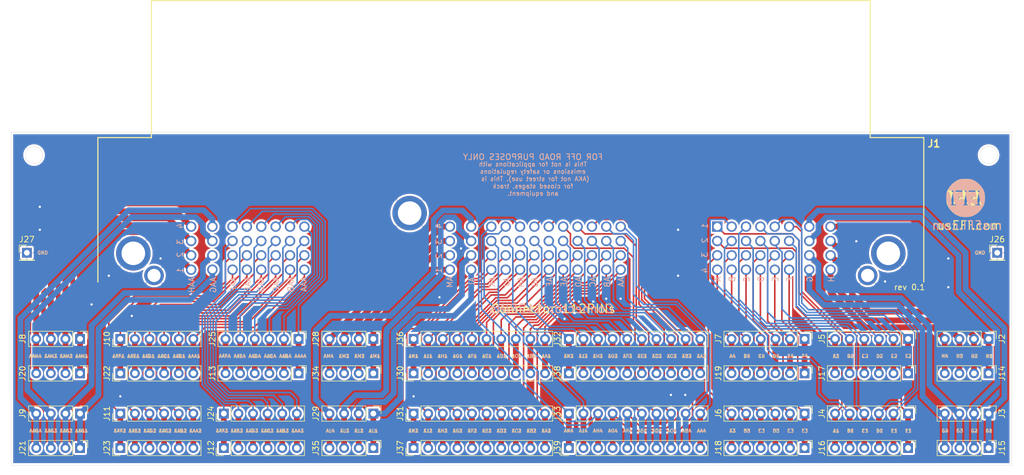
<source format=kicad_pcb>
(kicad_pcb (version 20221018) (generator pcbnew)
  (layers (0 "F.Cu" signal) (31 "B.Cu" signal) (34 "B.Paste" user) (35 "F.Paste" user) (36 "B.SilkS" user "B.Silkscreen") (37 "F.SilkS" user "F.Silkscreen") (38 "B.Mask" user) (39 "F.Mask" user) (44 "Edge.Cuts" user))
  (net 0 "")
  (net 1 "Earth")
  (net 2 "Net-(J1-PadAAH1)")
  (net 3 "Net-(J1-PadAAH2)")
  (net 4 "Net-(J1-PadAAH3)")
  (net 5 "Net-(J1-PadAAH4)")
  (net 6 "Net-(J1-PadAAG1)")
  (net 7 "Net-(J1-PadAAG2)")
  (net 8 "Net-(J1-PadAAG3)")
  (net 9 "Net-(J1-PadAAG4)")
  (net 10 "Net-(J1-PadAAF1)")
  (net 11 "Net-(J1-PadAAF2)")
  (net 12 "Net-(J1-PadAAF3)")
  (net 13 "Net-(J1-PadAAF4)")
  (net 14 "Net-(J1-PadAAE1)")
  (net 15 "Net-(J1-PadAAE2)")
  (net 16 "Net-(J1-PadAAE3)")
  (net 17 "Net-(J1-PadAAE4)")
  (net 18 "Net-(J1-PadAAD1)")
  (net 19 "Net-(J1-PadAAD2)")
  (net 20 "Net-(J1-PadAAD3)")
  (net 21 "Net-(J1-PadAAD4)")
  (net 22 "Net-(J1-PadAAC1)")
  (net 23 "Net-(J1-PadAAC2)")
  (net 24 "Net-(J1-PadAAC3)")
  (net 25 "Net-(J1-PadAAC4)")
  (net 26 "Net-(J1-PadAAB1)")
  (net 27 "Net-(J1-PadAAB2)")
  (net 28 "Net-(J1-PadAAB3)")
  (net 29 "Net-(J1-PadAAB4)")
  (net 30 "Net-(J1-PadAAA1)")
  (net 31 "Net-(J1-PadAAA2)")
  (net 32 "Net-(J1-PadAAA3)")
  (net 33 "Net-(J1-PadAAA4)")
  (net 34 "Net-(J1-PadAM1)")
  (net 35 "Net-(J1-PadAM2)")
  (net 36 "Net-(J1-PadAM3)")
  (net 37 "Net-(J1-PadAM4)")
  (net 38 "Net-(J1-PadAL1)")
  (net 39 "Net-(J1-PadAL2)")
  (net 40 "Net-(J1-PadAL3)")
  (net 41 "Net-(J1-PadAL4)")
  (net 42 "Net-(J1-PadAK1)")
  (net 43 "Net-(J1-PadAK2)")
  (net 44 "Net-(J1-PadAK3)")
  (net 45 "Net-(J1-PadAK4)")
  (net 46 "Net-(J1-PadAJ1)")
  (net 47 "Net-(J1-PadAJ2)")
  (net 48 "Net-(J1-PadAJ3)")
  (net 49 "Net-(J1-PadAJ4)")
  (net 50 "Net-(J1-PadAH1)")
  (net 51 "Net-(J1-PadAH2)")
  (net 52 "Net-(J1-PadAH3)")
  (net 53 "Net-(J1-PadAH4)")
  (net 54 "Net-(J1-PadAG1)")
  (net 55 "Net-(J1-PadAG2)")
  (net 56 "Net-(J1-PadAG3)")
  (net 57 "Net-(J1-PadAG4)")
  (net 58 "Net-(J1-PadAF1)")
  (net 59 "Net-(J1-PadAF2)")
  (net 60 "Net-(J1-PadAF3)")
  (net 61 "Net-(J1-PadAF4)")
  (net 62 "Net-(J1-PadAE1)")
  (net 63 "Net-(J1-PadAE2)")
  (net 64 "Net-(J1-PadAE3)")
  (net 65 "Net-(J1-PadAE4)")
  (net 66 "Net-(J1-PadAD1)")
  (net 67 "Net-(J1-PadAD2)")
  (net 68 "Net-(J1-PadAD3)")
  (net 69 "Net-(J1-PadAD4)")
  (net 70 "Net-(J1-PadAC1)")
  (net 71 "Net-(J1-PadAC2)")
  (net 72 "Net-(J1-PadAC3)")
  (net 73 "Net-(J1-PadAC4)")
  (net 74 "Net-(J1-PadAB1)")
  (net 75 "Net-(J1-PadAB2)")
  (net 76 "Net-(J1-PadAB3)")
  (net 77 "Net-(J1-PadAB4)")
  (net 78 "Net-(J1-PadAA1)")
  (net 79 "Net-(J1-PadAA2)")
  (net 80 "Net-(J1-PadAA3)")
  (net 81 "Net-(J1-PadAA4)")
  (net 82 "Net-(J1-PadH4)")
  (net 83 "Net-(J1-PadH3)")
  (net 84 "Net-(J1-PadH2)")
  (net 85 "Net-(J1-PadH1)")
  (net 86 "Net-(J1-PadG4)")
  (net 87 "Net-(J1-PadG3)")
  (net 88 "Net-(J1-PadG2)")
  (net 89 "Net-(J1-PadG1)")
  (net 90 "Net-(J1-PadF4)")
  (net 91 "Net-(J1-PadF3)")
  (net 92 "Net-(J1-PadF2)")
  (net 93 "Net-(J1-PadF1)")
  (net 94 "Net-(J1-PadE4)")
  (net 95 "Net-(J1-PadE3)")
  (net 96 "Net-(J1-PadE2)")
  (net 97 "Net-(J1-PadE1)")
  (net 98 "Net-(J1-PadD4)")
  (net 99 "Net-(J1-PadD3)")
  (net 100 "Net-(J1-PadD2)")
  (net 101 "Net-(J1-PadD1)")
  (net 102 "Net-(J1-PadC4)")
  (net 103 "Net-(J1-PadC3)")
  (net 104 "Net-(J1-PadC2)")
  (net 105 "Net-(J1-PadC1)")
  (net 106 "Net-(J1-PadB4)")
  (net 107 "Net-(J1-PadB3)")
  (net 108 "Net-(J1-PadB2)")
  (net 109 "Net-(J1-PadB1)")
  (net 110 "Net-(J1-PadA4)")
  (net 111 "Net-(J1-PadA3)")
  (net 112 "Net-(J1-PadA2)")
  (net 113 "Net-(J1-PadA1)")
  (footprint "rusefi_lib_private:64333-0100_1" (layer "F.Cu") (at 167.915001 63.100001)
    (fp_text reference "J1")
    (fp_text value "0643330100" hide)
  )
  (footprint "Pin_Headers:Pin_Header_Straight_1x04_Pitch2.54mm" (layer "F.Cu") (at 247 111 -90)
    (fp_text reference "J3")
    (fp_text value "Conn_01x04")
  )
  (footprint "Pin_Headers:Pin_Header_Straight_1x06_Pitch2.54mm" (layer "F.Cu") (at 233 111 -90)
    (fp_text reference "J4")
    (fp_text value "Conn_01x06")
  )
  (footprint "Pin_Headers:Pin_Header_Straight_1x06_Pitch2.54mm" (layer "F.Cu") (at 233 98 -90)
    (fp_text reference "J5")
    (fp_text value "Conn_01x06")
  )
  (footprint "Pin_Headers:Pin_Header_Straight_1x06_Pitch2.54mm" (layer "F.Cu") (at 215 111 -90)
    (fp_text reference "J6")
    (fp_text value "Conn_01x06")
  )
  (footprint "Pin_Headers:Pin_Header_Straight_1x06_Pitch2.54mm" (layer "F.Cu") (at 215 98 -90)
    (fp_text reference "J7")
    (fp_text value "Conn_01x06")
  )
  (footprint "Pin_Headers:Pin_Header_Straight_1x04_Pitch2.54mm" (layer "F.Cu") (at 89 98 -90)
    (fp_text reference "J8")
    (fp_text value "Conn_01x04")
  )
  (footprint "Pin_Headers:Pin_Header_Straight_1x04_Pitch2.54mm" (layer "F.Cu") (at 89 111 -90)
    (fp_text reference "J9")
    (fp_text value "Conn_01x04")
  )
  (footprint "Pin_Headers:Pin_Header_Straight_1x06_Pitch2.54mm" (layer "F.Cu") (at 96 98 90)
    (fp_text reference "J10")
    (fp_text value "Conn_01x06")
  )
  (footprint "Pin_Headers:Pin_Header_Straight_1x06_Pitch2.54mm" (layer "F.Cu") (at 96 111 90)
    (fp_text reference "J11")
    (fp_text value "Conn_01x06")
  )
  (footprint "Pin_Headers:Pin_Header_Straight_1x06_Pitch2.54mm" (layer "F.Cu") (at 114 117 90)
    (fp_text reference "J12")
    (fp_text value "Conn_01x06")
  )
  (footprint "Pin_Headers:Pin_Header_Straight_1x06_Pitch2.54mm" (layer "F.Cu") (at 127 104 -90)
    (fp_text reference "J13")
    (fp_text value "Conn_01x06")
  )
  (footprint "Pin_Headers:Pin_Header_Straight_1x04_Pitch2.54mm" (layer "F.Cu") (at 247 104 -90)
    (fp_text reference "J14")
    (fp_text value "Conn_01x04")
  )
  (footprint "Pin_Headers:Pin_Header_Straight_1x04_Pitch2.54mm" (layer "F.Cu") (at 247 117 -90)
    (fp_text reference "J15")
    (fp_text value "Conn_01x04")
  )
  (footprint "Pin_Headers:Pin_Header_Straight_1x06_Pitch2.54mm" (layer "F.Cu") (at 233 117 -90)
    (fp_text reference "J16")
    (fp_text value "Conn_01x06")
  )
  (footprint "Pin_Headers:Pin_Header_Straight_1x06_Pitch2.54mm" (layer "F.Cu") (at 233 104 -90)
    (fp_text reference "J17")
    (fp_text value "Conn_01x06")
  )
  (footprint "Pin_Headers:Pin_Header_Straight_1x06_Pitch2.54mm" (layer "F.Cu") (at 215 117 -90)
    (fp_text reference "J18")
    (fp_text value "Conn_01x06")
  )
  (footprint "Pin_Headers:Pin_Header_Straight_1x06_Pitch2.54mm" (layer "F.Cu") (at 215 104 -90)
    (fp_text reference "J19")
    (fp_text value "Conn_01x06")
  )
  (footprint "Pin_Headers:Pin_Header_Straight_1x04_Pitch2.54mm" (layer "F.Cu") (at 89 104 -90)
    (fp_text reference "J20")
    (fp_text value "Conn_01x04")
  )
  (footprint "Pin_Headers:Pin_Header_Straight_1x04_Pitch2.54mm" (layer "F.Cu") (at 89 117 -90)
    (fp_text reference "J21")
    (fp_text value "Conn_01x04")
  )
  (footprint "Pin_Headers:Pin_Header_Straight_1x06_Pitch2.54mm" (layer "F.Cu") (at 96 117 90)
    (fp_text reference "J23")
    (fp_text value "Conn_01x06")
  )
  (footprint "Pin_Headers:Pin_Header_Straight_1x06_Pitch2.54mm" (layer "F.Cu") (at 114 111 90)
    (fp_text reference "J24")
    (fp_text value "Conn_01x06")
  )
  (footprint "Pin_Headers:Pin_Header_Straight_1x06_Pitch2.54mm" (layer "F.Cu") (at 127 98 -90)
    (fp_text reference "J25")
    (fp_text value "Conn_01x06")
  )
  (footprint "Pin_Headers:Pin_Header_Straight_1x01_Pitch2.54mm" (layer "F.Cu") (at 248.5 83)
    (fp_text reference "J26")
    (fp_text value "Conn_01x01")
  )
  (footprint "Pin_Headers:Pin_Header_Straight_1x01_Pitch2.54mm" (layer "F.Cu") (at 79.75 83)
    (fp_text reference "J27")
    (fp_text value "Conn_01x01")
  )
  (footprint "Pin_Headers:Pin_Header_Straight_1x04_Pitch2.54mm" (layer "F.Cu") (at 140 98 -90)
    (fp_text reference "J28")
    (fp_text value "Conn_01x04")
  )
  (footprint "Pin_Headers:Pin_Header_Straight_1x04_Pitch2.54mm" (layer "F.Cu") (at 140 111 -90)
    (fp_text reference "J29")
    (fp_text value "Conn_01x04")
  )
  (footprint "Pin_Headers:Pin_Header_Straight_1x10_Pitch2.54mm" (layer "F.Cu") (at 147 104 90)
    (fp_text reference "J30")
    (fp_text value "Conn_01x10")
  )
  (footprint "Pin_Headers:Pin_Header_Straight_1x10_Pitch2.54mm" (layer "F.Cu") (at 147 111 90)
    (fp_text reference "J31")
    (fp_text value "Conn_01x10")
  )
  (footprint "Pin_Headers:Pin_Header_Straight_1x10_Pitch2.54mm" (layer "F.Cu") (at 174 98 90)
    (fp_text reference "J32")
    (fp_text value "Conn_01x10")
  )
  (footprint "Pin_Headers:Pin_Header_Straight_1x10_Pitch2.54mm" (layer "F.Cu") (at 174 111 90)
    (fp_text reference "J33")
    (fp_text value "Conn_01x10")
  )
  (footprint "Pin_Headers:Pin_Header_Straight_1x04_Pitch2.54mm" (layer "F.Cu") (at 140 104 -90)
    (fp_text reference "J34")
    (fp_text value "Conn_01x04")
  )
  (footprint "Pin_Headers:Pin_Header_Straight_1x10_Pitch2.54mm" (layer "F.Cu") (at 147 98 90)
    (fp_text reference "J36")
    (fp_text value "Conn_01x10")
  )
  (footprint "Pin_Headers:Pin_Header_Straight_1x10_Pitch2.54mm" (layer "F.Cu") (at 147 117 90)
    (fp_text reference "J37")
    (fp_text value "Conn_01x10")
  )
  (footprint "Pin_Headers:Pin_Header_Straight_1x10_Pitch2.54mm" (layer "F.Cu") (at 174 104 90)
    (fp_text reference "J38")
    (fp_text value "Conn_01x10")
  )
  (footprint "Pin_Headers:Pin_Header_Straight_1x10_Pitch2.54mm" (layer "F.Cu") (at 174 117 90)
    (fp_text reference "J39")
    (fp_text value "Conn_01x10")
  )
  (footprint "Pin_Headers:Pin_Header_Straight_1x04_Pitch2.54mm" (layer "F.Cu") (at 140 117 -90)
    (fp_text reference "J35")
    (fp_text value "Conn_01x04")
  )
  (footprint "Pin_Headers:Pin_Header_Straight_1x06_Pitch2.54mm" (layer "F.Cu") (at 96 104 90)
    (fp_text reference "J22")
    (fp_text value "Conn_01x06")
  )
  (footprint "Pin_Headers:Pin_Header_Straight_1x04_Pitch2.54mm" (layer "F.Cu") (at 247 98 -90)
    (fp_text reference "J2")
    (fp_text value "Conn_01x04")
  )
  (footprint "rusefi:LOGO" (layer "F.Cu") (at 243 73.5)
    (fp_text reference "G?" hide)
    (fp_text value "LOGO" hide)
  )
  (footprint "rusefi:Off_Road_Disclaimer" (layer "B.Cu") (at 167.75 69.5 180)
    (fp_text reference "G?" hide)
    (fp_text value "Disclaimer" hide)
  )
  (footprint "rusefi:LOGO" (layer "B.Cu") (at 243 73.5 180)
    (fp_text reference "G?" hide)
    (fp_text value "LOGO" hide)
  )
  (gr_line (start 251 120) (end 251 62) (stroke (width 0.05)) (layer "Edge.Cuts"))
  (gr_line (start 251 62) (end 77 62) (stroke (width 0.05)) (layer "Edge.Cuts"))
  (gr_line (start 77 120) (end 251 120) (stroke (width 0.05)) (layer "Edge.Cuts"))
  (gr_line (start 77 62) (end 77 120) (stroke (width 0.05)) (layer "Edge.Cuts"))
  (gr_circle (center 81 66) (end 82.5 66) (stroke (width 0.05)) (fill none) (layer "Edge.Cuts"))
  (gr_circle (center 247 66) (end 248.5 66) (stroke (width 0.05)) (fill none) (layer "Edge.Cuts"))
  (gr_text "AAA4 AAB4 AAC4 AAD4 AAE4 AAF4" (at 120.75 101) (layer "B.SilkS") (effects (font (size 0.6 0.6) (thickness 0.1)) (justify mirror)))
  (gr_text "F2   E2   D2   C2   B2   A2" (at 226.75 101) (layer "B.SilkS") (effects (font (size 0.6 0.6) (thickness 0.1)) (justify mirror)))
  (gr_text "AA2  AB2  AC2  AD2  AE2  AF2  AG2  AH2  AJ2  AK2" (at 158.5 114) (layer "B.SilkS") (effects (font (size 0.6 0.6) (thickness 0.1)) (justify mirror)))
  (gr_text "AA4  AB4  AC4  AD4  AE4  AF4  AG4  AH4  AJ4  AK4" (at 185.5 114) (layer "B.SilkS") (effects (font (size 0.6 0.6) (thickness 0.1)) (justify mirror)))
  (gr_text "AA3  AB3  AC3  AD3  AE3  AF3  AG3  AH3  AJ3  AK3" (at 185.5 101) (layer "B.SilkS") (effects (font (size 0.6 0.6) (thickness 0.1)) (justify mirror)))
  (gr_text "AM1  AM2  AM3  AM4" (at 136.25 101) (layer "B.SilkS") (effects (font (size 0.6 0.6) (thickness 0.1)) (justify mirror)))
  (gr_text "AL1  AL2  AL3  AL4" (at 136.25 114) (layer "B.SilkS") (effects (font (size 0.6 0.6) (thickness 0.1)) (justify mirror)))
  (gr_text "H1   H2   H3   H4" (at 243.25 101) (layer "B.SilkS") (effects (font (size 0.6 0.6) (thickness 0.1)) (justify mirror)))
  (gr_text "G1   G2   G3   G4" (at 243.25 114) (layer "B.SilkS") (effects (font (size 0.6 0.6) (thickness 0.1)) (justify mirror)))
  (gr_text "GND" (at 82.5 83) (layer "B.SilkS") (effects (font (size 0.6 0.6) (thickness 0.1)) (justify mirror)))
  (gr_text "F4   E4   D4   C4   B4   A4" (at 208.75 101) (layer "B.SilkS") (effects (font (size 0.6 0.6) (thickness 0.1)) (justify mirror)))
  (gr_text "AAG1 AAG2 AAG3 AAG4" (at 85.25 114) (layer "B.SilkS") (effects (font (size 0.6 0.6) (thickness 0.1)) (justify mirror)))
  (gr_text "AA1  AB1  AC1  AD1  AE1  AF1  AG1  AH1  AJ1  AK1" (at 158.5 101) (layer "B.SilkS") (effects (font (size 0.6 0.6) (thickness 0.1)) (justify mirror)))
  (gr_text "AAA3 AAB3 AAC3 AAD3 AAE3 AAF3" (at 120.25 114) (layer "B.SilkS") (effects (font (size 0.6 0.6) (thickness 0.1)) (justify mirror)))
  (gr_text "AAH1 AAH2 AAH3 AAH4" (at 85.25 101) (layer "B.SilkS") (effects (font (size 0.6 0.6) (thickness 0.1)) (justify mirror)))
  (gr_text "Connector 112PINs" (at 171 92.75) (layer "B.SilkS") (effects (font (size 1.5 1.5) (thickness 0.2)) (justify mirror)))
  (gr_text "F1   E1   D1   C1   B1   A1" (at 226.75 114) (layer "B.SilkS") (effects (font (size 0.6 0.6) (thickness 0.1)) (justify mirror)))
  (gr_text "AAA1 AAB1 AAC1 AAD1 AAE1 AAF1" (at 102.25 101) (layer "B.SilkS") (effects (font (size 0.6 0.6) (thickness 0.1)) (justify mirror)))
  (gr_text "GND" (at 245.5 83) (layer "B.SilkS") (effects (font (size 0.6 0.6) (thickness 0.1)) (justify mirror)))
  (gr_text "rusEFI.com" (at 243.25 78.25) (layer "B.SilkS") (effects (font (size 1.5 1.5) (thickness 0.2)) (justify mirror)))
  (gr_text "F3   E3   D3   C3   B3   A3" (at 208.75 114) (layer "B.SilkS") (effects (font (size 0.6 0.6) (thickness 0.1)) (justify mirror)))
  (gr_text "AAA2 AAB2 AAC2 AAD2 AAE2 AAF2" (at 102.5 114) (layer "B.SilkS") (effects (font (size 0.6 0.6) (thickness 0.1)) (justify mirror)))
  (gr_text "AAF3 AAE3 AAD3 AAC3 AAB3 AAA3" (at 120.25 114) (layer "F.SilkS") (effects (font (size 0.6 0.6) (thickness 0.1))))
  (gr_text "A4   B4   C4   D4   E4   F4" (at 208.75 101) (layer "F.SilkS") (effects (font (size 0.6 0.6) (thickness 0.1))))
  (gr_text "A2   B2   C2   D2   E2   F2" (at 226.75 101) (layer "F.SilkS") (effects (font (size 0.6 0.6) (thickness 0.1))))
  (gr_text "AK2  AJ2  AH2  AG2  AF2  AE2  AD2  AC2  AB2  AA2" (at 158.5 114) (layer "F.SilkS") (effects (font (size 0.6 0.6) (thickness 0.1))))
  (gr_text "AK4  AJ4  AH4  AG4  AF4  AE4  AD4  AC4  AB4  AA4" (at 185.5 114) (layer "F.SilkS") (effects (font (size 0.6 0.6) (thickness 0.1))))
  (gr_text "AK3  AJ3  AH3  AG3  AF3  AE3  AD3  AC3  AB3  AA3" (at 185.5 101) (layer "F.SilkS") (effects (font (size 0.6 0.6) (thickness 0.1))))
  (gr_text "AM4  AM3  AM2  AM1" (at 136.25 101) (layer "F.SilkS") (effects (font (size 0.6 0.6) (thickness 0.1))))
  (gr_text "AL4  AL3  AL2  AL1" (at 136.25 114) (layer "F.SilkS") (effects (font (size 0.6 0.6) (thickness 0.1))))
  (gr_text "H4   H3   H2   H1" (at 243.25 101) (layer "F.SilkS") (effects (font (size 0.6 0.6) (thickness 0.1))))
  (gr_text "G4   G3   G2   G1" (at 243.25 114) (layer "F.SilkS") (effects (font (size 0.6 0.6) (thickness 0.1))))
  (gr_text "GND" (at 82.5 83) (layer "F.SilkS") (effects (font (size 0.6 0.6) (thickness 0.1))))
  (gr_text "Connector 112PINs" (at 171.25 92.75) (layer "F.SilkS") (effects (font (size 1.5 1.5) (thickness 0.2))))
  (gr_text "AAH4 AAH3 AAH2 AAH1" (at 85.25 101) (layer "F.SilkS") (effects (font (size 0.6 0.6) (thickness 0.1))))
  (gr_text "AAF4 AAE4 AAD4 AAC4 AAB4 AAA4" (at 120.75 101) (layer "F.SilkS") (effects (font (size 0.6 0.6) (thickness 0.1))))
  (gr_text "A3   B3   C3   D3   E3   F3" (at 208.75 114) (layer "F.SilkS") (effects (font (size 0.6 0.6) (thickness 0.1))))
  (gr_text "AK1  AJ1  AH1  AG1  AF1  AE1  AD1  AC1  AB1  AA1" (at 158.5 101) (layer "F.SilkS") (effects (font (size 0.6 0.6) (thickness 0.1))))
  (gr_text "GND" (at 245.5 83) (layer "F.SilkS") (effects (font (size 0.6 0.6) (thickness 0.1))))
  (gr_text "rev 0.1" (at 233.25 89) (layer "F.SilkS") (effects (font (size 1 1))))
  (gr_text "AAF1 AAE1 AAD1 AAC1 AAB1 AAA1" (at 102.25 101) (layer "F.SilkS") (effects (font (size 0.6 0.6) (thickness 0.1))))
  (gr_text "A1   B1   C1   D1   E1   F1" (at 226.75 114) (layer "F.SilkS") (effects (font (size 0.6 0.6) (thickness 0.1))))
  (gr_text "AAG4 AAG3 AAG2 AAG1" (at 85.25 114) (layer "F.SilkS") (effects (font (size 0.6 0.6) (thickness 0.1))))
  (gr_text "AAF2 AAE2 AAD2 AAC2 AAB2 AAA2" (at 102.5 114) (layer "F.SilkS") (effects (font (size 0.6 0.6) (thickness 0.1))))
  (gr_text "rusEFI.com" (at 243.25 78.25) (layer "F.SilkS") (effects (font (size 1.5 1.5) (thickness 0.2))))
  (via (at 94 87) (size 0.8) (drill 0.4) (layers "F.Cu" "B.Cu") (net 1))
  (via (at 98 94) (size 0.8) (drill 0.4) (layers "F.Cu" "B.Cu") (net 1))
  (via (at 180.5 91) (size 0.8) (drill 0.4) (layers "F.Cu" "B.Cu") (net 1))
  (via (at 193 87) (size 0.8) (drill 0.4) (layers "F.Cu" "B.Cu") (net 1))
  (via (at 183 91) (size 0.8) (drill 0.4) (layers "F.Cu" "B.Cu") (net 1))
  (via (at 240 89) (size 0.8) (drill 0.4) (layers "F.Cu" "B.Cu") (net 1))
  (via (at 178.25 91.5) (size 0.8) (drill 0.4) (layers "F.Cu" "B.Cu") (net 1))
  (via (at 103 84) (size 0.8) (drill 0.4) (layers "F.Cu" "B.Cu") (net 1))
  (via (at 224 81) (size 0.8) (drill 0.4) (layers "F.Cu" "B.Cu") (net 1))
  (via (at 229 88) (size 0.8) (drill 0.4) (layers "F.Cu" "B.Cu") (net 1))
  (via (at 91 92) (size 0.8) (drill 0.4) (layers "F.Cu" "B.Cu") (net 1))
  (via (at 155.25 82.25) (size 0.8) (drill 0.4) (layers "F.Cu" "B.Cu") (net 1))
  (via (at 82 75) (size 0.8) (drill 0.4) (layers "F.Cu" "B.Cu") (net 1))
  (via (at 240 84) (size 0.8) (drill 0.4) (layers "F.Cu" "B.Cu") (net 1))
  (via (at 147 108) (size 0.8) (drill 0.4) (layers "F.Cu" "B.Cu") (net 1))
  (via (at 175 93.5) (size 0.8) (drill 0.4) (layers "F.Cu" "B.Cu") (net 1))
  (via (at 173.25 94.5) (size 0.8) (drill 0.4) (layers "F.Cu" "B.Cu") (net 1))
  (via (at 194.25 107.75) (size 0.8) (drill 0.4) (layers "F.Cu" "B.Cu") (net 1))
  (via (at 175.75 91.5) (size 0.8) (drill 0.4) (layers "F.Cu" "B.Cu") (net 1))
  (via (at 82 79) (size 0.8) (drill 0.4) (layers "F.Cu" "B.Cu") (net 1))
  (via (at 191.75 107.75) (size 0.8) (drill 0.4) (layers "F.Cu" "B.Cu") (net 1))
  (via (at 193 79) (size 0.8) (drill 0.4) (layers "F.Cu" "B.Cu") (net 1))
  (via (at 151.5 90.75) (size 0.8) (drill 0.4) (layers "F.Cu" "B.Cu") (net 1))
  (via (at 96 108) (size 0.8) (drill 0.4) (layers "F.Cu" "B.Cu") (net 1))
  (segment (start 101.765 79.4) (end 96.489 79.4) (width 1) (layer "F.Cu") (net 2))
  (segment (start 96.489 79.4) (end 89 86.889) (width 1) (layer "F.Cu") (net 2))
  (segment (start 89 104) (end 89 98) (width 1) (layer "F.Cu") (net 2))
  (segment (start 89 86.889) (end 89 98) (width 1) (layer "F.Cu") (net 2))
  (segment (start 108.315001 85.950001) (end 101.765 79.4) (width 1) (layer "F.Cu") (net 2))
  (segment (start 103.064991 78.199991) (end 95.991939 78.199991) (width 1) (layer "F.Cu") (net 3))
  (segment (start 86.46 87.73193) (end 86.46 98) (width 1) (layer "F.Cu") (net 3))
  (segment (start 86.46 104) (end 86.46 98) (width 1) (layer "F.Cu") (net 3))
  (segment (start 95.991939 78.199991) (end 86.46 87.73193) (width 1) (layer "F.Cu") (net 3))
  (segment (start 108.315001 83.450001) (end 103.064991 78.199991) (width 1) (layer "F.Cu") (net 3))
  (segment (start 83.92 88.57486) (end 83.92 98) (width 1) (layer "F.Cu") (net 4))
  (segment (start 104.364981 76.999981) (end 95.494878 76.999982) (width 1) (layer "F.Cu") (net 4))
  (segment (start 95.494878 76.999982) (end 83.92 88.57486) (width 1) (layer "F.Cu") (net 4))
  (segment (start 108.315001 80.950001) (end 104.364981 76.999981) (width 1) (layer "F.Cu") (net 4))
  (segment (start 83.92 104) (end 83.92 98) (width 1) (layer "F.Cu") (net 4))
  (segment (start 94.997817 75.799973) (end 105.664973 75.799973) (width 1) (layer "F.Cu") (net 5))
  (segment (start 81.38 104) (end 81.38 98) (width 1) (layer "F.Cu") (net 5))
  (segment (start 81.38 98) (end 81.38 89.41779) (width 1) (layer "F.Cu") (net 5))
  (segment (start 105.664973 75.799973) (end 108.315001 78.450001) (width 1) (layer "F.Cu") (net 5))
  (segment (start 81.38 89.41779) (end 94.997817 75.799973) (width 1) (layer "F.Cu") (net 5))
  (segment (start 92.20001 96.20001) (end 97.20001 91.20001) (width 1) (layer "B.Cu") (net 6))
  (segment (start 89 111) (end 89 117) (width 1) (layer "B.Cu") (net 6))
  (segment (start 108.108494 91.20001) (end 112.015001 87.293503) (width 1) (layer "B.Cu") (net 6))
  (segment (start 112.015001 87.293503) (end 112.015001 85.950001) (width 1) (layer "B.Cu") (net 6))
  (segment (start 92.20001 107.79999) (end 92.20001 96.20001) (width 1) (layer "B.Cu") (net 6))
  (segment (start 89 111) (end 92.20001 107.79999) (width 1) (layer "B.Cu") (net 6))
  (segment (start 97.20001 91.20001) (end 108.108494 91.20001) (width 1) (layer "B.Cu") (net 6))
  (segment (start 91.000001 95.702949) (end 91 106) (width 1) (layer "B.Cu") (net 7))
  (segment (start 112.015001 83.450001) (end 110.365 85.100002) (width 1) (layer "B.Cu") (net 7))
  (segment (start 91 106) (end 86.46 110.54) (width 1) (layer "B.Cu") (net 7))
  (segment (start 96.70295 90) (end 91.000001 95.702949) (width 1) (layer "B.Cu") (net 7))
  (segment (start 110.365 85.100002) (end 110.365 87.246434) (width 1) (layer "B.Cu") (net 7))
  (segment (start 86.46 111) (end 86.46 117) (width 1) (layer "B.Cu") (net 7))
  (segment (start 110.365 87.246434) (end 107.611434 90) (width 1) (layer "B.Cu") (net 7))
  (segment (start 86.46 110.54) (end 86.46 111) (width 1) (layer "B.Cu") (net 7))
  (segment (start 107.611434 90) (end 96.70295 90) (width 1) (layer "B.Cu") (net 7))
  (segment (start 83.92 117) (end 83.92 111) (width 1) (layer "B.Cu") (net 8))
  (segment (start 83.92 111) (end 79.829999 106.909999) (width 1) (layer "B.Cu") (net 8))
  (segment (start 110.365 78.057998) (end 110.365 79.3) (width 1) (layer "B.Cu") (net 8))
  (segment (start 79.829999 94.920001) (end 97.95 76.8) (width 1) (layer "B.Cu") (net 8))
  (segment (start 110.365 79.3) (end 112.015001 80.950001) (width 1) (layer "B.Cu") (net 8))
  (segment (start 97.95 76.8) (end 109.107002 76.8) (width 1) (layer "B.Cu") (net 8))
  (segment (start 79.829999 106.909999) (end 79.829999 94.920001) (width 1) (layer "B.Cu") (net 8))
  (segment (start 109.107002 76.8) (end 110.365 78.057998) (width 1) (layer "B.Cu") (net 8))
  (segment (start 78.62999 94.42294) (end 97.45294 75.59999) (width 1) (layer "B.Cu") (net 9))
  (segment (start 78.629989 108.249989) (end 78.62999 94.42294) (width 1) (layer "B.Cu") (net 9))
  (segment (start 97.45294 75.59999) (end 110.508492 75.59999) (width 1) (layer "B.Cu") (net 9))
  (segment (start 81.38 111) (end 78.629989 108.249989) (width 1) (layer "B.Cu") (net 9))
  (segment (start 81.38 111) (end 81.38 117) (width 1) (layer "B.Cu") (net 9))
  (segment (start 112.015001 77.106499) (end 112.015001 78.450001) (width 1) (layer "B.Cu") (net 9))
  (segment (start 110.508492 75.59999) (end 112.015001 77.106499) (width 1) (layer "B.Cu") (net 9))
  (segment (start 99 91) (end 96 94) (width 0.275) (layer "F.Cu") (net 10))
  (segment (start 96 98) (end 96 104) (width 1) (layer "F.Cu") (net 10))
  (segment (start 112 91) (end 99 91) (width 0.275) (layer "F.Cu") (net 10))
  (segment (start 96 94) (end 96 98) (width 0.275) (layer "F.Cu") (net 10))
  (segment (start 115.515001 85.950001) (end 115.515001 87.484999) (width 0.275) (layer "F.Cu") (net 10))
  (segment (start 115.515001 87.484999) (end 112 91) (width 0.275) (layer "F.Cu") (net 10))
  (segment (start 94 95) (end 94 109) (width 0.275) (layer "F.Cu") (net 11))
  (segment (start 114.2775 88.050736) (end 111.803246 90.52499) (width 0.275) (layer "F.Cu") (net 11))
  (segment (start 96 111) (end 96 117) (width 1) (layer "F.Cu") (net 11))
  (segment (start 94 109) (end 96 111) (width 0.275) (layer "F.Cu") (net 11))
  (segment (start 115.515001 83.450001) (end 114.2775 84.687502) (width 0.275) (layer "F.Cu") (net 11))
  (segment (start 111.803246 90.52499) (end 98.47501 90.52499) (width 0.275) (layer "F.Cu") (net 11))
  (segment (start 98.47501 90.52499) (end 94 95) (width 0.275) (layer "F.Cu") (net 11))
  (segment (start 114.2775 84.687502) (end 114.2775 88.050736) (width 0.275) (layer "F.Cu") (net 11))
  (segment (start 114 111) (end 114 117) (width 1) (layer "F.Cu") (net 12))
  (segment (start 114 109.75) (end 110.25 106) (width 0.275) (layer "B.Cu") (net 12))
  (segment (start 114.2775 82.187502) (end 115.515001 80.950001) (width 0.275) (layer "B.Cu") (net 12))
  (segment (start 110.25 106) (end 110.25 93.90647) (width 0.275) (layer "B.Cu") (net 12))
  (segment (start 114 111) (end 114 109.75) (width 0.275) (layer "B.Cu") (net 12))
  (segment (start 110.25 93.90647) (end 114.2775 89.878971) (width 0.275) (layer "B.Cu") (net 12))
  (segment (start 114.2775 89.878971) (end 114.2775 82.187502) (width 0.275) (layer "B.Cu") (net 12))
  (segment (start 127 98) (end 127 104) (width 1) (layer "F.Cu") (net 13))
  (segment (start 129.396022 75.31246) (end 118.652542 75.31246) (width 0.275) (layer "B.Cu") (net 13))
  (segment (start 118.652542 75.31246) (end 115.515001 78.450001) (width 0.275) (layer "B.Cu") (net 13))
  (segment (start 127 98) (end 127 92.155324) (width 0.275) (layer "B.Cu") (net 13))
  (segment (start 127 92.155324) (end 131.627552 87.527774) (width 0.275) (layer "B.Cu") (net 13))
  (segment (start 131.627552 77.54399) (end 129.396022 75.31246) (width 0.275) (layer "B.Cu") (net 13))
  (segment (start 131.627552 87.527774) (end 131.627552 77.54399) (width 0.275) (layer "B.Cu") (net 13))
  (segment (start 113.237794 92) (end 103 92) (width 0.275) (layer "F.Cu") (net 14))
  (segment (start 118.015001 87.222793) (end 113.237794 92) (width 0.275) (layer "F.Cu") (net 14))
  (segment (start 103 92) (end 98.54 96.46) (width 0.275) (layer "F.Cu") (net 14))
  (segment (start 98.54 98) (end 98.54 104) (width 1) (layer "F.Cu") (net 14))
  (segment (start 118.015001 85.950001) (end 118.015001 87.222793) (width 0.275) (layer "F.Cu") (net 14))
  (segment (start 98.54 96.46) (end 98.54 98) (width 0.275) (layer "F.Cu") (net 14))
  (segment (start 97.352499 96.647501) (end 97.352499 109.812499) (width 0.275) (layer "F.Cu") (net 15))
  (segment (start 112.196755 91.47501) (end 102.52499 91.47501) (width 0.275) (layer "F.Cu") (net 15))
  (segment (start 116.7775 86.894265) (end 112.196755 91.47501) (width 0.275) (layer "F.Cu") (net 15))
  (segment (start 118.015001 83.450001) (end 116.7775 84.687502) (width 0.275) (layer "F.Cu") (net 15))
  (segment (start 102.52499 91.47501) (end 97.352499 96.647501) (width 0.275) (layer "F.Cu") (net 15))
  (segment (start 97.352499 109.812499) (end 98.54 111) (width 0.275) (layer "F.Cu") (net 15))
  (segment (start 116.7775 84.687502) (end 116.7775 86.894265) (width 0.275) (layer "F.Cu") (net 15))
  (segment (start 98.54 111) (end 98.54 117) (width 1) (layer "F.Cu") (net 15))
  (segment (start 116.54 111) (end 116.54 117) (width 1) (layer "F.Cu") (net 16))
  (segment (start 116.7775 88.050736) (end 116.7775 82.187502) (width 0.275) (layer "B.Cu") (net 16))
  (segment (start 116.54 109.79) (end 116 109.25) (width 0.275) (layer "B.Cu") (net 16))
  (segment (start 114.171764 109.25) (end 110.72501 105.803246) (width 0.275) (layer "B.Cu") (net 16))
  (segment (start 116.7775 82.187502) (end 118.015001 80.950001) (width 0.275) (layer "B.Cu") (net 16))
  (segment (start 110.72501 105.803246) (end 110.72501 94.103226) (width 0.275) (layer "B.Cu") (net 16))
  (segment (start 116.54 111) (end 116.54 109.79) (width 0.275) (layer "B.Cu") (net 16))
  (segment (start 110.72501 94.103226) (end 116.7775 88.050736) (width 0.275) (layer "B.Cu") (net 16))
  (segment (start 116 109.25) (end 114.171764 109.25) (width 0.275) (layer "B.Cu") (net 16))
  (segment (start 124.46 98) (end 124.46 104) (width 1) (layer "F.Cu") (net 17))
  (segment (start 124.46 94.02356) (end 124.46 94.54) (width 0.275) (layer "B.Cu") (net 17))
  (segment (start 124.46 94.54) (end 124.46 98) (width 0.275) (layer "B.Cu") (net 17))
  (segment (start 120.677532 75.78747) (end 129.199267 75.78747) (width 0.275) (layer "B.Cu") (net 17))
  (segment (start 118.015001 78.450001) (end 120.677532 75.78747) (width 0.275) (layer "B.Cu") (net 17))
  (segment (start 131.152542 87.331019) (end 129.73356 88.75) (width 0.275) (layer "B.Cu") (net 17))
  (segment (start 131.152542 77.740745) (end 131.152542 87.331019) (width 0.275) (layer "B.Cu") (net 17))
  (segment (start 129.73356 88.75) (end 124.46 94.02356) (width 0.275) (layer "B.Cu") (net 17))
  (segment (start 129.199267 75.78747) (end 131.152542 77.740745) (width 0.275) (layer "B.Cu") (net 17))
  (segment (start 101.08 95.92) (end 104 93) (width 0.275) (layer "F.Cu") (net 18))
  (segment (start 120.515001 87.222793) (end 120.515001 85.950001) (width 0.275) (layer "F.Cu") (net 18))
  (segment (start 101.08 98) (end 101.08 95.92) (width 0.275) (layer "F.Cu") (net 18))
  (segment (start 104 93) (end 114.737794 93) (width 0.275) (layer "F.Cu") (net 18))
  (segment (start 114.737794 93) (end 120.515001 87.222793) (width 0.275) (layer "F.Cu") (net 18))
  (segment (start 101.08 98) (end 101.08 104) (width 1) (layer "F.Cu") (net 18))
  (segment (start 99.892499 96.107501) (end 103.52499 92.47501) (width 0.275) (layer "F.Cu") (net 19))
  (segment (start 101.08 111) (end 101.08 117) (width 1) (layer "F.Cu") (net 19))
  (segment (start 101.08 111) (end 99.892499 109.812499) (width 0.275) (layer "F.Cu") (net 19))
  (segment (start 119.2775 86.632059) (end 119.2775 84.687502) (width 0.275) (layer "F.Cu") (net 19))
  (segment (start 119.2775 84.687502) (end 120.515001 83.450001) (width 0.275) (layer "F.Cu") (net 19))
  (segment (start 103.52499 92.47501) (end 113.434549 92.47501) (width 0.275) (layer "F.Cu") (net 19))
  (segment (start 99.892499 109.812499) (end 99.892499 96.107501) (width 0.275) (layer "F.Cu") (net 19))
  (segment (start 113.434549 92.47501) (end 119.2775 86.632059) (width 0.275) (layer "F.Cu") (net 19))
  (segment (start 119.08 111) (end 119.08 117) (width 1) (layer "F.Cu") (net 20))
  (segment (start 116.15004 89.34996) (end 118.40004 89.34996) (width 0.275) (layer "B.Cu") (net 20))
  (segment (start 111.20002 105.606492) (end 111.20002 94.29998) (width 0.275) (layer "B.Cu") (net 20))
  (segment (start 119.2775 82.187502) (end 120.515001 80.950001) (width 0.275) (layer "B.Cu") (net 20))
  (segment (start 111.20002 94.29998) (end 116.15004 89.34996) (width 0.275) (layer "B.Cu") (net 20))
  (segment (start 118.40004 89.34996) (end 119.2775 88.4725) (width 0.275) (layer "B.Cu") (net 20))
  (segment (start 119.08 109.58) (end 118.27499 108.77499) (width 0.275) (layer "B.Cu") (net 20))
  (segment (start 119.2775 88.4725) (end 119.2775 82.187502) (width 0.275) (layer "B.Cu") (net 20))
  (segment (start 119.08 111) (end 119.08 109.58) (width 0.275) (layer "B.Cu") (net 20))
  (segment (start 114.368518 108.77499) (end 111.20002 105.606492) (width 0.275) (layer "B.Cu") (net 20))
  (segment (start 118.27499 108.77499) (end 114.368518 108.77499) (width 0.275) (layer "B.Cu") (net 20))
  (segment (start 121.92 98) (end 121.92 104) (width 1) (layer "F.Cu") (net 21))
  (segment (start 121.92 94.28002) (end 123.5 92.70002) (width 0.275) (layer "B.Cu") (net 21))
  (segment (start 127.25 90.561796) (end 130.677532 87.134264) (width 0.275) (layer "B.Cu") (net 21))
  (segment (start 125.111778 92.70002) (end 127.25 90.561796) (width 0.275) (layer "B.Cu") (net 21))
  (segment (start 130.677532 77.9375) (end 129.002512 76.26248) (width 0.275) (layer "B.Cu") (net 21))
  (segment (start 121.92 98) (end 121.92 94.28002) (width 0.275) (layer "B.Cu") (net 21))
  (segment (start 122.702522 76.26248) (end 120.515001 78.450001) (width 0.275) (layer "B.Cu") (net 21))
  (segment (start 129.002512 76.26248) (end 122.702522 76.26248) (width 0.275) (layer "B.Cu") (net 21))
  (segment (start 123.5 92.70002) (end 125.111778 92.70002) (width 0.275) (layer "B.Cu") (net 21))
  (segment (start 130.677532 87.134264) (end 130.677532 77.9375) (width 0.275) (layer "B.Cu") (net 21))
  (segment (start 103.62 98) (end 103.62 104) (width 1) (layer "F.Cu") (net 22))
  (segment (start 123.015001 85.950001) (end 123.015001 87.222793) (width 0.275) (layer "F.Cu") (net 22))
  (segment (start 116.237794 94) (end 106 94) (width 0.275) (layer "F.Cu") (net 22))
  (segment (start 106 94) (end 103.62 96.38) (width 0.275) (layer "F.Cu") (net 22))
  (segment (start 103.62 96.38) (end 103.62 98) (width 0.275) (layer "F.Cu") (net 22))
  (segment (start 123.015001 87.222793) (end 116.237794 94) (width 0.275) (layer "F.Cu") (net 22))
  (segment (start 121.7775 86.632059) (end 114.934549 93.47501) (width 0.275) (layer "F.Cu") (net 23))
  (segment (start 123.015001 83.450001) (end 121.7775 84.687502) (width 0.275) (layer "F.Cu") (net 23))
  (segment (start 121.7775 84.687502) (end 121.7775 86.632059) (width 0.275) (layer "F.Cu") (net 23))
  (segment (start 104.52499 93.47501) (end 102.267501 95.732499) (width 0.275) (layer "F.Cu") (net 23))
  (segment (start 103.62 111) (end 103.62 117) (width 1) (layer "F.Cu") (net 23))
  (segment (start 114.934549 93.47501) (end 104.52499 93.47501) (width 0.275) (layer "F.Cu") (net 23))
  (segment (start 102.267501 109.647501) (end 103.62 111) (width 0.275) (layer "F.Cu") (net 23))
  (segment (start 102.267501 95.732499) (end 102.267501 109.647501) (width 0.275) (layer "F.Cu") (net 23))
  (segment (start 121.62 111) (end 121.62 117) (width 1) (layer "F.Cu") (net 24))
  (segment (start 121.62 109.12) (end 120.79998 108.29998) (width 0.275) (layer "B.Cu") (net 24))
  (segment (start 120.79998 108.29998) (end 114.565272 108.29998) (width 0.275) (layer "B.Cu") (net 24))
  (segment (start 119.67503 89.82497) (end 121.752502 87.747498) (width 0.275) (layer "B.Cu") (net 24))
  (segment (start 121.752502 87.747498) (end 121.752502 82.2125) (width 0.275) (layer "B.Cu") (net 24))
  (segment (start 111.67503 105.409738) (end 111.67503 94.496734) (width 0.275) (layer "B.Cu") (net 24))
  (segment (start 114.565272 108.29998) (end 111.67503 105.409738) (width 0.275) (layer "B.Cu") (net 24))
  (segment (start 116.346794 89.82497) (end 119.67503 89.82497) (width 0.275) (layer "B.Cu") (net 24))
  (segment (start 121.752502 82.2125) (end 123.015001 80.950001) (width 0.275) (layer "B.Cu") (net 24))
  (segment (start 121.62 111) (end 121.62 109.12) (width 0.275) (layer "B.Cu") (net 24))
  (segment (start 111.67503 94.496734) (end 116.346794 89.82497) (width 0.275) (layer "B.Cu") (net 24))
  (segment (start 119.38 98) (end 119.38 104) (width 1) (layer "F.Cu") (net 25))
  (segment (start 126.25 90.890032) (end 130.202522 86.937512) (width 0.275) (layer "B.Cu") (net 25))
  (segment (start 119.38 98) (end 119.38 94.37) (width 0.275) (layer "B.Cu") (net 25))
  (segment (start 119.38 94.37) (end 121.52499 92.22501) (width 0.275) (layer "B.Cu") (net 25))
  (segment (start 130.202522 86.937512) (end 130.202522 78.134255) (width 0.275) (layer "B.Cu") (net 25))
  (segment (start 128.805757 76.73749) (end 124.727512 76.73749) (width 0.275) (layer "B.Cu") (net 25))
  (segment (start 124.915023 92.22501) (end 126.25 90.890032) (width 0.275) (layer "B.Cu") (net 25))
  (segment (start 121.52499 92.22501) (end 124.915023 92.22501) (width 0.275) (layer "B.Cu") (net 25))
  (segment (start 130.202522 78.134255) (end 128.805757 76.73749) (width 0.275) (layer "B.Cu") (net 25))
  (segment (start 124.727512 76.73749) (end 123.015001 78.450001) (width 0.275) (layer "B.Cu") (net 25))
  (segment (start 108 95) (end 117.737794 95) (width 0.275) (layer "F.Cu") (net 26))
  (segment (start 117.737794 95) (end 125.515001 87.222793) (width 0.275) (layer "F.Cu") (net 26))
  (segment (start 106.16 96.84) (end 108 95) (width 0.275) (layer "F.Cu") (net 26))
  (segment (start 106.16 98) (end 106.16 96.84) (width 0.275) (layer "F.Cu") (net 26))
  (segment (start 106.16 98) (end 106.16 104) (width 1) (layer "F.Cu") (net 26))
  (segment (start 125.515001 87.222793) (end 125.515001 85.950001) (width 0.275) (layer "F.Cu") (net 26))
  (segment (start 125.515001 83.450001) (end 124.2775 84.687502) (width 0.275) (layer "F.Cu") (net 27))
  (segment (start 106.16 111) (end 106.16 117) (width 1) (layer "F.Cu") (net 27))
  (segment (start 124.2775 84.687502) (end 124.2775 86.632059) (width 0.275) (layer "F.Cu") (net 27))
  (segment (start 104.807501 96.192499) (end 104.807501 109.647501) (width 0.275) (layer "F.Cu") (net 27))
  (segment (start 106.52499 94.47501) (end 104.807501 96.192499) (width 0.275) (layer "F.Cu") (net 27))
  (segment (start 116.434549 94.47501) (end 106.52499 94.47501) (width 0.275) (layer "F.Cu") (net 27))
  (segment (start 124.2775 86.632059) (end 116.434549 94.47501) (width 0.275) (layer "F.Cu") (net 27))
  (segment (start 104.807501 109.647501) (end 106.16 111) (width 0.275) (layer "F.Cu") (net 27))
  (segment (start 124.16 111) (end 124.16 117) (width 1) (layer "F.Cu") (net 28))
  (segment (start 116.60649 90.29998) (end 112.15004 94.75643) (width 0.275) (layer "B.Cu") (net 28))
  (segment (start 121.95002 90.29998) (end 116.60649 90.29998) (width 0.275) (layer "B.Cu") (net 28))
  (segment (start 112.15004 105.212984) (end 114.762026 107.82497) (width 0.275) (layer "B.Cu") (net 28))
  (segment (start 122.64497 107.82497) (end 124.16 109.34) (width 0.275) (layer "B.Cu") (net 28))
  (segment (start 125.515001 80.950001) (end 124.2775 82.187502) (width 0.275) (layer "B.Cu") (net 28))
  (segment (start 114.762026 107.82497) (end 122.64497 107.82497) (width 0.275) (layer "B.Cu") (net 28))
  (segment (start 112.15004 94.75643) (end 112.15004 105.212984) (width 0.275) (layer "B.Cu") (net 28))
  (segment (start 124.2775 82.187502) (end 124.2775 87.9725) (width 0.275) (layer "B.Cu") (net 28))
  (segment (start 124.2775 87.9725) (end 121.95002 90.29998) (width 0.275) (layer "B.Cu") (net 28))
  (segment (start 124.16 109.34) (end 124.16 111) (width 0.275) (layer "B.Cu") (net 28))
  (segment (start 116.84 98) (end 116.84 104) (width 1) (layer "F.Cu") (net 29))
  (segment (start 129.727512 86.740757) (end 129.727512 78.33101) (width 0.275) (layer "B.Cu") (net 29))
  (segment (start 128.609002 77.2125) (end 126.752502 77.2125) (width 0.275) (layer "B.Cu") (net 29))
  (segment (start 129.727512 78.33101) (end 128.609002 77.2125) (width 0.275) (layer "B.Cu") (net 29))
  (segment (start 124.718268 91.75) (end 129.727512 86.740757) (width 0.275) (layer "B.Cu") (net 29))
  (segment (start 126.752502 77.2125) (end 125.515001 78.450001) (width 0.275) (layer "B.Cu") (net 29))
  (segment (start 116.84 93.91) (end 119 91.75) (width 0.275) (layer "B.Cu") (net 29))
  (segment (start 119 91.75) (end 124.718268 91.75) (width 0.275) (layer "B.Cu") (net 29))
  (segment (start 116.84 98) (end 116.84 93.91) (width 0.275) (layer "B.Cu") (net 29))
  (segment (start 128.015001 87.222793) (end 119.237794 96) (width 0.275) (layer "F.Cu") (net 30))
  (segment (start 110.7 96) (end 108.7 98) (width 0.275) (layer "F.Cu") (net 30))
  (segment (start 119.237794 96) (end 110.7 96) (width 0.275) (layer "F.Cu") (net 30))
  (segment (start 128.015001 85.950001) (end 128.015001 87.222793) (width 0.275) (layer "F.Cu") (net 30))
  (segment (start 108.7 98) (end 108.7 104) (width 1) (layer "F.Cu") (net 30))
  (segment (start 126.752502 84.7125) (end 126.752502 86.657057) (width 0.275) (layer "F.Cu") (net 31))
  (segment (start 126.752502 86.657057) (end 117.934548 95.47501) (width 0.275) (layer "F.Cu") (net 31))
  (segment (start 128.015001 83.450001) (end 126.752502 84.7125) (width 0.275) (layer "F.Cu") (net 31))
  (segment (start 107.347501 109.647501) (end 108.7 111) (width 0.275) (layer "F.Cu") (net 31))
  (segment (start 108.7 111) (end 108.7 117) (width 1) (layer "F.Cu") (net 31))
  (segment (start 107.347501 97.652499) (end 107.347501 109.647501) (width 0.275) (layer "F.Cu") (net 31))
  (segment (start 117.934548 95.47501) (end 109.52499 95.47501) (width 0.275) (layer "F.Cu") (net 31))
  (segment (start 109.52499 95.47501) (end 107.347501 97.652499) (width 0.275) (layer "F.Cu") (net 31))
  (segment (start 126.7 111) (end 126.7 117) (width 1) (layer "F.Cu") (net 32))
  (segment (start 126.752502 82.2125) (end 128.015001 80.950001) (width 0.275) (layer "B.Cu") (net 32))
  (segment (start 125.59996 107.34996) (end 114.95878 107.34996) (width 0.275) (layer "B.Cu") (net 32))
  (segment (start 126.7 108.45) (end 125.59996 107.34996) (width 0.275) (layer "B.Cu") (net 32))
  (segment (start 126.752502 88.372238) (end 126.752502 82.2125) (width 0.275) (layer "B.Cu") (net 32))
  (segment (start 112.62505 105.01623) (end 112.62505 94.953184) (width 0.275) (layer "B.Cu") (net 32))
  (segment (start 126.7 111) (end 126.7 108.45) (width 0.275) (layer "B.Cu") (net 32))
  (segment (start 114.95878 107.34996) (end 112.62505 105.01623) (width 0.275) (layer "B.Cu") (net 32))
  (segment (start 112.62505 94.953184) (end 116.803245 90.77499) (width 0.275) (layer "B.Cu") (net 32))
  (segment (start 116.803245 90.77499) (end 124.34975 90.77499) (width 0.275) (layer "B.Cu") (net 32))
  (segment (start 124.34975 90.77499) (end 126.752502 88.372238) (width 0.275) (layer "B.Cu") (net 32))
  (segment (start 114.3 98) (end 114.3 104) (width 1) (layer "F.Cu") (net 33))
  (segment (start 124.546504 91.25) (end 129.252502 86.544002) (width 0.275) (layer "B.Cu") (net 33))
  (segment (start 129.252502 86.544002) (end 129.252502 79.687502) (width 0.275) (layer "B.Cu") (net 33))
  (segment (start 117 91.25) (end 124.546504 91.25) (width 0.275) (layer "B.Cu") (net 33))
  (segment (start 129.252502 79.687502) (end 128.015001 78.450001) (width 0.275) (layer "B.Cu") (net 33))
  (segment (start 114.3 98) (end 114.3 93.95) (width 0.275) (layer "B.Cu") (net 33))
  (segment (start 114.3 93.95) (end 117 91.25) (width 0.275) (layer "B.Cu") (net 33))
  (segment (start 140 95.565582) (end 140 98) (width 1) (layer "F.Cu") (net 34))
  (segment (start 149.615581 85.950001) (end 140 95.565582) (width 1) (layer "F.Cu") (net 34))
  (segment (start 153.315001 85.950001) (end 149.615581 85.950001) (width 1) (layer "F.Cu") (net 34))
  (segment (start 140 98) (end 140 104) (width 1) (layer "F.Cu") (net 34))
  (segment (start 137.46 96.408512) (end 137.46 98) (width 1) (layer "F.Cu") (net 35))
  (segment (start 137.46 98) (end 137.46 104) (width 1) (layer "F.Cu") (net 35))
  (segment (start 153.315001 83.450001) (end 150.418511 83.450001) (width 1) (layer "F.Cu") (net 35))
  (segment (start 150.418511 83.450001) (end 137.46 96.408512) (width 1) (layer "F.Cu") (net 35))
  (segment (start 134.92 98) (end 134.92 104) (width 1) (layer "F.Cu") (net 36))
  (segment (start 134.92 97.251442) (end 134.92 98) (width 1) (layer "F.Cu") (net 36))
  (segment (start 151.221441 80.950001) (end 134.92 97.251442) (width 1) (layer "F.Cu") (net 36))
  (segment (start 153.315001 80.950001) (end 151.221441 80.950001) (width 1) (layer "F.Cu") (net 36))
  (segment (start 151.929999 78.450001) (end 132.38 98) (width 1) (layer "F.Cu") (net 37))
  (segment (start 132.38 98) (end 132.38 104) (width 1) (layer "F.Cu") (net 37))
  (segment (start 153.315001 78.450001) (end 151.929999 78.450001) (width 1) (layer "F.Cu") (net 37))
  (segment (start 140 111) (end 140 117) (width 1) (layer "F.Cu") (net 38))
  (segment (start 144.75 108.25) (end 144.75 97.289998) (width 1) (layer "B.Cu") (net 38))
  (segment (start 148.054999 93.984999) (end 154.045003 93.984999) (width 1) (layer "B.Cu") (net 38))
  (segment (start 140 111) (end 142 111) (width 1) (layer "B.Cu") (net 38))
  (segment (start 142 111) (end 144.75 108.25) (width 1) (layer "B.Cu") (net 38))
  (segment (start 157.015001 91.015001) (end 157.015001 85.950001) (width 1) (layer "B.Cu") (net 38))
  (segment (start 154.045003 93.984999) (end 157.015001 91.015001) (width 1) (layer "B.Cu") (net 38))
  (segment (start 144.75 97.289998) (end 148.054999 93.984999) (width 1) (layer "B.Cu") (net 38))
  (segment (start 137.46 111) (end 137.46 117) (width 1) (layer "F.Cu") (net 39))
  (segment (start 137.46 109.797919) (end 138.257919 109) (width 1) (layer "B.Cu") (net 39))
  (segment (start 143.54999 107.45001) (end 143.54999 96.792938) (width 1) (layer "B.Cu") (net 39))
  (segment (start 143.54999 96.792938) (end 147.557938 92.78499) (width 1) (layer "B.Cu") (net 39))
  (segment (start 137.46 111) (end 137.46 109.797919) (width 1) (layer "B.Cu") (net 39))
  (segment (start 155.415 90.335) (end 155.415 85.050002) (width 1) (layer "B.Cu") (net 39))
  (segment (start 152.965011 92.784989) (end 155.415 90.335) (width 1) (layer "B.Cu") (net 39))
  (segment (start 142 109) (end 143.54999 107.45001) (width 1) (layer "B.Cu") (net 39))
  (segment (start 138.257919 109) (end 142 109) (width 1) (layer "B.Cu") (net 39))
  (segment (start 147.557938 92.78499) (end 152.965011 92.784989) (width 1) (layer "B.Cu") (net 39))
  (segment (start 155.415 85.050002) (end 157.015001 83.450001) (width 1) (layer "B.Cu") (net 39))
  (segment (start 134.92 111) (end 134.92 117) (width 1) (layer "F.Cu") (net 40))
  (segment (start 151.715 77.682) (end 152.547 76.85) (width 1) (layer "B.Cu") (net 40))
  (segment (start 142.25 107) (end 142.25 97) (width 1) (layer "B.Cu") (net 40))
  (segment (start 142.25 97) (end 142.34998 96.90002) (width 1) (layer "B.Cu") (net 40))
  (segment (start 154.083002 76.85) (end 154.915002 77.682) (width 1) (layer "B.Cu") (net 40))
  (segment (start 134.92 111) (end 134.92 109.797919) (width 1) (layer "B.Cu") (net 40))
  (segment (start 141.45001 107.79999) (end 142.25 107) (width 1) (layer "B.Cu") (net 40))
  (segment (start 154.915002 77.682) (end 154.915002 78.850002) (width 1) (layer "B.Cu") (net 40))
  (segment (start 142.349981 96.295877) (end 151.715 86.930858) (width 1) (layer "B.Cu") (net 40))
  (segment (start 136.917929 107.79999) (end 141.45001 107.79999) (width 1) (layer "B.Cu") (net 40))
  (segment (start 142.34998 96.90002) (end 142.349981 96.295877) (width 1) (layer "B.Cu") (net 40))
  (segment (start 151.715 86.930858) (end 151.715 77.682) (width 1) (layer "B.Cu") (net 40))
  (segment (start 152.547 76.85) (end 154.083002 76.85) (width 1) (layer "B.Cu") (net 40))
  (segment (start 154.915002 78.850002) (end 157.015001 80.950001) (width 1) (layer "B.Cu") (net 40))
  (segment (start 134.92 109.797919) (end 136.917929 107.79999) (width 1) (layer "B.Cu") (net 40))
  (segment (start 132.38 111) (end 132.38 117) (width 1) (layer "F.Cu") (net 41))
  (segment (start 130 96.5) (end 132.525606 93.974394) (width 1) (layer "B.Cu") (net 41))
  (segment (start 152.04994 75.64999) (end 155.487783 75.649991) (width 1) (layer "B.Cu") (net 41))
  (segment (start 157.015001 77.177209) (end 157.015001 78.450001) (width 1) (layer "B.Cu") (net 41))
  (segment (start 150.51499 86.433798) (end 150.51499 77.18494) (width 1) (layer "B.Cu") (net 41))
  (segment (start 130 108.62) (end 130 96.5) (width 1) (layer "B.Cu") (net 41))
  (segment (start 142.974394 93.974394) (end 150.51499 86.433798) (width 1) (layer "B.Cu") (net 41))
  (segment (start 150.51499 77.18494) (end 152.04994 75.64999) (width 1) (layer "B.Cu") (net 41))
  (segment (start 132.525606 93.974394) (end 142.974394 93.974394) (width 1) (layer "B.Cu") (net 41))
  (segment (start 155.487783 75.649991) (end 157.015001 77.177209) (width 1) (layer "B.Cu") (net 41))
  (segment (start 132.38 111) (end 130 108.62) (width 1) (layer "B.Cu") (net 41))
  (segment (start 147 98) (end 157.02499 87.97501) (width 0.275) (layer "F.Cu") (net 42))
  (segment (start 158.814264 87.607501) (end 158.857501 87.607501) (width 0.275) (layer "F.Cu") (net 42))
  (segment (start 147 98) (end 147 104) (width 1) (layer "F.Cu") (net 42))
  (segment (start 158.446755 87.97501) (end 158.814264 87.607501) (width 0.275) (layer "F.Cu") (net 42))
  (segment (start 158.857501 87.607501) (end 160.515001 85.950001) (width 0.275) (layer "F.Cu") (net 42))
  (segment (start 157.02499 87.97501) (end 158.446755 87.97501) (width 0.275) (layer "F.Cu") (net 42))
  (segment (start 145.812499 109.812499) (end 145.812499 96.879999) (width 0.275) (layer "F.Cu") (net 43))
  (segment (start 147 111) (end 145.812499 109.812499) (width 0.275) (layer "F.Cu") (net 43))
  (segment (start 146.471249 96.221249) (end 148.106987 96.221249) (width 0.275) (layer "F.Cu") (net 43))
  (segment (start 148.106987 96.221249) (end 156.828236 87.5) (width 0.275) (layer "F.Cu") (net 43))
  (segment (start 145.812499 96.879999) (end 146.471249 96.221249) (width 0.275) (layer "F.Cu") (net 43))
  (segment (start 159.2775 84.687502) (end 160.515001 83.450001) (width 0.275) (layer "F.Cu") (net 43))
  (segment (start 159.2775 86.4725) (end 159.2775 84.687502) (width 0.275) (layer "F.Cu") (net 43))
  (segment (start 158.25 87.5) (end 159.2775 86.4725) (width 0.275) (layer "F.Cu") (net 43))
  (segment (start 147 111) (end 147 117) (width 1) (layer "F.Cu") (net 43))
  (segment (start 156.828236 87.5) (end 158.25 87.5) (width 0.275) (layer "F.Cu") (net 43))
  (segment (start 174 104) (end 174 98) (width 1) (layer "F.Cu") (net 44))
  (segment (start 166 96.75) (end 172.75 96.75) (width 0.275) (layer "B.Cu") (net 44))
  (segment (start 172.75 96.75) (end 174 98) (width 0.275) (layer "B.Cu") (net 44))
  (segment (start 161.752502 82.187502) (end 161.752502 92.502502) (width 0.275) (layer "B.Cu") (net 44))
  (segment (start 160.515001 80.950001) (end 161.752502 82.187502) (width 0.275) (layer "B.Cu") (net 44))
  (segment (start 161.752502 92.502502) (end 166 96.75) (width 0.275) (layer "B.Cu") (net 44))
  (segment (start 174 111) (end 174 117) (width 1) (layer "F.Cu") (net 45))
  (segment (start 168.672499 105.672499) (end 174 111) (width 0.275) (layer "B.Cu") (net 45))
  (segment (start 158.80249 80.05249) (end 158.80249 92.80249) (width 0.275) (layer "B.Cu") (net 45))
  (segment (start 163.592499 98.570001) (end 168.672499 103.650001) (width 0.275) (layer "B.Cu") (net 45))
  (segment (start 158.80249 92.80249) (end 163.592499 97.592499) (width 0.275) (layer "B.Cu") (net 45))
  (segment (start 158.80249 80.05249) (end 160.404979 78.450001) (width 0.275) (layer "B.Cu") (net 45))
  (segment (start 163.592499 97.592499) (end 163.592499 98.570001) (width 0.275) (layer "B.Cu") (net 45))
  (segment (start 160.404979 78.450001) (end 160.515001 78.450001) (width 0.275) (layer "B.Cu") (net 45))
  (segment (start 168.672499 103.650001) (end 168.672499 105.672499) (width 0.275) (layer "B.Cu") (net 45))
  (segment (start 149.54 98) (end 158.61497 88.92503) (width 0.275) (layer "F.Cu") (net 46))
  (segment (start 158.61497 88.92503) (end 160.043239 88.92503) (width 0.275) (layer "F.Cu") (net 46))
  (segment (start 160.043239 88.92503) (end 163.015001 85.953268) (width 0.275) (layer "F.Cu") (net 46))
  (segment (start 163.015001 85.953268) (end 163.015001 85.950001) (width 0.275) (layer "F.Cu") (net 46))
  (segment (start 149.54 98) (end 149.54 104) (width 1) (layer "F.Cu") (net 46))
  (segment (start 161.752502 86.544002) (end 161.752502 84.7125) (width 0.275) (layer "F.Cu") (net 47))
  (segment (start 159.846484 88.45002) (end 161.752502 86.544002) (width 0.275) (layer "F.Cu") (net 47))
  (segment (start 157.332478 88.45002) (end 159.846484 88.45002) (width 0.275) (layer "F.Cu") (net 47))
  (segment (start 148.352499 97.429999) (end 157.332478 88.45002) (width 0.275) (layer "F.Cu") (net 47))
  (segment (start 148.352499 109.812499) (end 148.352499 97.429999) (width 0.275) (layer "F.Cu") (net 47))
  (segment (start 161.752502 84.7125) (end 163.015001 83.450001) (width 0.275) (layer "F.Cu") (net 47))
  (segment (start 149.54 111) (end 149.54 117) (width 1) (layer "F.Cu") (net 47))
  (segment (start 149.54 111) (end 148.352499 109.812499) (width 0.275) (layer "F.Cu") (net 47))
  (segment (start 176.54 98) (end 176.54 104) (width 1) (layer "F.Cu") (net 48))
  (segment (start 164.252502 92.502502) (end 168.02499 96.27499) (width 0.275) (layer "B.Cu") (net 48))
  (segment (start 164.252502 82.187502) (end 164.252502 92.502502) (width 0.275) (layer "B.Cu") (net 48))
  (segment (start 168.02499 96.27499) (end 174.81499 96.27499) (width 0.275) (layer "B.Cu") (net 48))
  (segment (start 174.81499 96.27499) (end 175.52 96.98) (width 0.275) (layer "B.Cu") (net 48))
  (segment (start 175.52 96.98) (end 176.54 98) (width 0.275) (layer "B.Cu") (net 48))
  (segment (start 163.015001 80.950001) (end 164.252502 82.187502) (width 0.275) (layer "B.Cu") (net 48))
  (segment (start 176.54 111) (end 176.54 117) (width 1) (layer "F.Cu") (net 49))
  (segment (start 166.132499 98.570001) (end 176.54 108.977502) (width 0.275) (layer "B.Cu") (net 49))
  (segment (start 163.015001 78.450001) (end 161.752502 79.7125) (width 0.275) (layer "B.Cu") (net 49))
  (segment (start 159.2775 80.356) (end 159.2775 90.739998) (width 0.275) (layer "B.Cu") (net 49))
  (segment (start 159.921 79.7125) (end 159.2775 80.356) (width 0.275) (layer "B.Cu") (net 49))
  (segment (start 161.752502 79.7125) (end 159.921 79.7125) (width 0.275) (layer "B.Cu") (net 49))
  (segment (start 159.2775 90.739998) (end 166.132499 97.594997) (width 0.275) (layer "B.Cu") (net 49))
  (segment (start 176.54 108.977502) (end 176.54 111) (width 0.275) (layer "B.Cu") (net 49))
  (segment (start 166.132499 97.594997) (end 166.132499 98.570001) (width 0.275) (layer "B.Cu") (net 49))
  (segment (start 165.515001 86.066321) (end 165.515001 85.950001) (width 0.275) (layer "F.Cu") (net 50))
  (segment (start 161.706275 89.87505) (end 162.665661 88.915664) (width 0.275) (layer "F.Cu") (net 50))
  (segment (start 160.20495 89.87505) (end 161.706275 89.87505) (width 0.275) (layer "F.Cu") (net 50))
  (segment (start 162.665661 88.915661) (end 165.515001 86.066321) (width 0.275) (layer "F.Cu") (net 50))
  (segment (start 162.665661 88.915664) (end 162.665661 88.915661) (width 0.275) (layer "F.Cu") (net 50))
  (segment (start 152.08 98) (end 152.08 104) (width 1) (layer "F.Cu") (net 50))
  (segment (start 152.08 98) (end 160.20495 89.87505) (width 0.275) (layer "F.Cu") (net 50))
  (segment (start 161.50952 89.40004) (end 164.2775 86.632058) (width 0.275) (layer "F.Cu") (net 51))
  (segment (start 164.2775 86.632058) (end 164.2775 84.687502) (width 0.275) (layer "F.Cu") (net 51))
  (segment (start 158.922458 89.40004) (end 161.50952 89.40004) (width 0.275) (layer "F.Cu") (net 51))
  (segment (start 150.892499 97.429999) (end 158.922458 89.40004) (width 0.275) (layer "F.Cu") (net 51))
  (segment (start 152.08 111) (end 152.08 117) (width 1) (layer "F.Cu") (net 51))
  (segment (start 164.2775 84.687502) (end 165.515001 83.450001) (width 0.275) (layer "F.Cu") (net 51))
  (segment (start 152.08 111) (end 150.892499 109.812499) (width 0.275) (layer "F.Cu") (net 51))
  (segment (start 150.892499 109.812499) (end 150.892499 97.429999) (width 0.275) (layer "F.Cu") (net 51))
  (segment (start 179.08 98) (end 179.08 104) (width 1) (layer "F.Cu") (net 52))
  (segment (start 165.515001 80.950001) (end 166.752502 82.187502) (width 0.275) (layer "B.Cu") (net 52))
  (segment (start 170.45002 95.79998) (end 176.87998 95.79998) (width 0.275) (layer "B.Cu") (net 52))
  (segment (start 166.752502 92.102462) (end 170.45002 95.79998) (width 0.275) (layer "B.Cu") (net 52))
  (segment (start 176.87998 95.79998) (end 179.08 98) (width 0.275) (layer "B.Cu") (net 52))
  (segment (start 166.752502 82.187502) (end 166.752502 92.102462) (width 0.275) (layer "B.Cu") (net 52))
  (segment (start 179.08 111) (end 179.08 117) (width 1) (layer "F.Cu") (net 53))
  (segment (start 158.32748 94.869978) (end 158.32748 78.80602) (width 0.275) (layer "B.Cu") (net 53))
  (segment (start 166.132499 105.440001) (end 166.132499 103.594997) (width 0.275) (layer "B.Cu") (net 53))
  (segment (start 161.052499 98.514997) (end 161.052499 97.594997) (width 0.275) (layer "B.Cu") (net 53))
  (segment (start 173.692498 113) (end 166.132499 105.440001) (width 0.275) (layer "B.Cu") (net 53))
  (segment (start 158.32748 78.80602) (end 159.921 77.2125) (width 0.275) (layer "B.Cu") (net 53))
  (segment (start 161.052499 97.594997) (end 158.32748 94.869978) (width 0.275) (layer "B.Cu") (net 53))
  (segment (start 159.921 77.2125) (end 164.2775 77.2125) (width 0.275) (layer "B.Cu") (net 53))
  (segment (start 166.132499 103.594997) (end 161.052499 98.514997) (width 0.275) (layer "B.Cu") (net 53))
  (segment (start 164.2775 77.2125) (end 165.515001 78.450001) (width 0.275) (layer "B.Cu") (net 53))
  (segment (start 179.08 111) (end 177.08 113) (width 0.275) (layer "B.Cu") (net 53))
  (segment (start 177.08 113) (end 173.692498 113) (width 0.275) (layer "B.Cu") (net 53))
  (segment (start 154.62 98) (end 154.62 97.521177) (width 0.275) (layer "F.Cu") (net 54))
  (segment (start 154.62 97.521177) (end 161.316107 90.82507) (width 0.275) (layer "F.Cu") (net 54))
  (segment (start 163.32507 90.82507) (end 168.015001 86.135139) (width 0.275) (layer "F.Cu") (net 54))
  (segment (start 168.015001 86.135139) (end 168.015001 85.950001) (width 0.275) (layer "F.Cu") (net 54))
  (segment (start 154.62 98) (end 154.62 104) (width 1) (layer "F.Cu") (net 54))
  (segment (start 161.316107 90.82507) (end 163.32507 90.82507) (width 0.275) (layer "F.Cu") (net 54))
  (segment (start 166.7775 84.687502) (end 168.015001 83.450001) (width 0.275) (layer "F.Cu") (net 55))
  (segment (start 154.62 111) (end 153.267501 109.647501) (width 0.275) (layer "F.Cu") (net 55))
  (segment (start 154.62 111) (end 154.62 117) (width 1) (layer "F.Cu") (net 55))
  (segment (start 160.512438 90.35006) (end 162.946444 90.35006) (width 0.275) (layer "F.Cu") (net 55))
  (segment (start 162.946444 90.35006) (end 166.7775 86.519004) (width 0.275) (layer "F.Cu") (net 55))
  (segment (start 153.267501 97.594997) (end 160.512438 90.35006) (width 0.275) (layer "F.Cu") (net 55))
  (segment (start 166.7775 86.519004) (end 166.7775 84.687502) (width 0.275) (layer "F.Cu") (net 55))
  (segment (start 153.267501 109.647501) (end 153.267501 97.594997) (width 0.275) (layer "F.Cu") (net 55))
  (segment (start 181.62 98) (end 181.62 104) (width 1) (layer "F.Cu") (net 56))
  (segment (start 178.94497 95.32497) (end 181.62 98) (width 0.275) (layer "B.Cu") (net 56))
  (segment (start 168.015001 80.950001) (end 169.2775 82.2125) (width 0.275) (layer "B.Cu") (net 56))
  (segment (start 169.2775 91.92744) (end 172.67503 95.32497) (width 0.275) (layer "B.Cu") (net 56))
  (segment (start 172.67503 95.32497) (end 178.94497 95.32497) (width 0.275) (layer "B.Cu") (net 56))
  (segment (start 169.2775 82.2125) (end 169.2775 91.92744) (width 0.275) (layer "B.Cu") (net 56))
  (segment (start 184.59501 113.97501) (end 181.62 111) (width 0.275) (layer "F.Cu") (net 57))
  (segment (start 195.507501 111.570001) (end 193.102492 113.97501) (width 0.275) (layer "F.Cu") (net 57))
  (segment (start 187.15004 90.978276) (end 192.633013 96.461249) (width 0.275) (layer "F.Cu") (net 57))
  (segment (start 194.538751 96.461249) (end 195.507501 97.429999) (width 0.275) (layer "F.Cu") (net 57))
  (segment (start 170.202522 76.26248) (end 184.002512 76.26248) (width 0.275) (layer "F.Cu") (net 57))
  (segment (start 184.002512 76.26248) (end 187.15004 79.410008) (width 0.275) (layer "F.Cu") (net 57))
  (segment (start 168.015001 78.450001) (end 170.202522 76.26248) (width 0.275) (layer "F.Cu") (net 57))
  (segment (start 195.507501 97.429999) (end 195.507501 111.570001) (width 0.275) (layer "F.Cu") (net 57))
  (segment (start 187.15004 79.410008) (end 187.15004 90.978276) (width 0.275) (layer "F.Cu") (net 57))
  (segment (start 193.102492 113.97501) (end 184.59501 113.97501) (width 0.275) (layer "F.Cu") (net 57))
  (segment (start 181.62 111) (end 181.62 117) (width 1) (layer "F.Cu") (net 57))
  (segment (start 192.633013 96.461249) (end 194.538751 96.461249) (width 0.275) (layer "F.Cu") (net 57))
  (segment (start 164.97491 91.77509) (end 170.515001 86.234999) (width 0.275) (layer "F.Cu") (net 58))
  (segment (start 157.16 98) (end 157.16 96.34) (width 0.275) (layer "F.Cu") (net 58))
  (segment (start 157.16 98) (end 157.16 104) (width 1) (layer "F.Cu") (net 58))
  (segment (start 157.872491 95.627509) (end 157.872491 95.612215) (width 0.275) (layer "F.Cu") (net 58))
  (segment (start 157.872491 95.612215) (end 161.709616 91.77509) (width 0.275) (layer "F.Cu") (net 58))
  (segment (start 161.709616 91.77509) (end 164.97491 91.77509) (width 0.275) (layer "F.Cu") (net 58))
  (segment (start 170.515001 86.234999) (end 170.515001 85.950001) (width 0.275) (layer "F.Cu") (net 58))
  (segment (start 157.16 96.34) (end 157.872491 95.627509) (width 0.275) (layer "F.Cu") (net 58))
  (segment (start 155.807501 109.647501) (end 155.807501 97.00544) (width 0.275) (layer "F.Cu") (net 59))
  (segment (start 157.16 111) (end 157.16 117) (width 1) (layer "F.Cu") (net 59))
  (segment (start 161.512861 91.30008) (end 164.496424 91.30008) (width 0.275) (layer "F.Cu") (net 59))
  (segment (start 164.496424 91.30008) (end 169.2775 86.519004) (width 0.275) (layer "F.Cu") (net 59))
  (segment (start 157.16 111) (end 155.807501 109.647501) (width 0.275) (layer "F.Cu") (net 59))
  (segment (start 169.2775 84.687502) (end 170.515001 83.450001) (width 0.275) (layer "F.Cu") (net 59))
  (segment (start 155.807501 97.00544) (end 161.512861 91.30008) (width 0.275) (layer "F.Cu") (net 59))
  (segment (start 169.2775 86.519004) (end 169.2775 84.687502) (width 0.275) (layer "F.Cu") (net 59))
  (segment (start 184.16 98) (end 184.16 104) (width 1) (layer "F.Cu") (net 60))
  (segment (start 174.84996 94.84996) (end 181.00996 94.84996) (width 0.275) (layer "B.Cu") (net 60))
  (segment (start 171.752502 91.752502) (end 174.84996 94.84996) (width 0.275) (layer "B.Cu") (net 60))
  (segment (start 170.515001 80.950001) (end 171.752502 82.187502) (width 0.275) (layer "B.Cu") (net 60))
  (segment (start 181.00996 94.84996) (end 184.16 98) (width 0.275) (layer "B.Cu") (net 60))
  (segment (start 171.752502 82.187502) (end 171.752502 91.752502) (width 0.275) (layer "B.Cu") (net 60))
  (segment (start 191.037502 113.5) (end 186.66 113.5) (width 0.275) (layer "F.Cu") (net 61))
  (segment (start 186.66 113.5) (end 184.16 111) (width 0.275) (layer "F.Cu") (net 61))
  (segment (start 183.805757 76.73749) (end 186.67503 79.606763) (width 0.275) (layer "F.Cu") (net 61))
  (segment (start 172.227512 76.73749) (end 183.805757 76.73749) (width 0.275) (layer "F.Cu") (net 61))
  (segment (start 170.515001 78.450001) (end 172.227512 76.73749) (width 0.275) (layer "F.Cu") (net 61))
  (segment (start 186.67503 91.17503) (end 192.967501 97.467501) (width 0.275) (layer "F.Cu") (net 61))
  (segment (start 192.967501 97.467501) (end 192.967501 111.570001) (width 0.275) (layer "F.Cu") (net 61))
  (segment (start 192.967501 111.570001) (end 191.037502 113.5) (width 0.275) (layer "F.Cu") (net 61))
  (segment (start 186.67503 79.606763) (end 186.67503 91.17503) (width 0.275) (layer "F.Cu") (net 61))
  (segment (start 184.16 111) (end 184.16 117) (width 1) (layer "B.Cu") (net 61))
  (segment (start 159.7 98) (end 159.7 95.128236) (width 0.275) (layer "F.Cu") (net 62))
  (segment (start 173.015001 87.222793) (end 173.015001 85.950001) (width 0.275) (layer "F.Cu") (net 62))
  (segment (start 159.7 98) (end 159.7 104) (width 1) (layer "F.Cu") (net 62))
  (segment (start 159.7 95.128236) (end 162.078236 92.75) (width 0.275) (layer "F.Cu") (net 62))
  (segment (start 167.487794 92.75) (end 173.015001 87.222793) (width 0.275) (layer "F.Cu") (net 62))
  (segment (start 162.078236 92.75) (end 167.487794 92.75) (width 0.275) (layer "F.Cu") (net 62))
  (segment (start 159.7 111) (end 158.347501 109.647501) (width 0.275) (layer "F.Cu") (net 63))
  (segment (start 161.906371 92.2501) (end 166.15946 92.2501) (width 0.275) (layer "F.Cu") (net 63))
  (segment (start 158.347501 95.80897) (end 161.906371 92.2501) (width 0.275) (layer "F.Cu") (net 63))
  (segment (start 171.752502 84.7125) (end 173.015001 83.450001) (width 0.275) (layer "F.Cu") (net 63))
  (segment (start 159.7 111) (end 159.7 117) (width 1) (layer "F.Cu") (net 63))
  (segment (start 158.347501 109.647501) (end 158.347501 95.80897) (width 0.275) (layer "F.Cu") (net 63))
  (segment (start 166.15946 92.2501) (end 171.752502 86.657057) (width 0.275) (layer "F.Cu") (net 63))
  (segment (start 171.752502 86.657057) (end 171.752502 84.7125) (width 0.275) (layer "F.Cu") (net 63))
  (segment (start 186.7 98) (end 186.7 104) (width 1) (layer "F.Cu") (net 64))
  (segment (start 177.37495 94.37495) (end 183.07495 94.37495) (width 0.275) (layer "B.Cu") (net 64))
  (segment (start 174.252502 91.252502) (end 177.37495 94.37495) (width 0.275) (layer "B.Cu") (net 64))
  (segment (start 174.252502 82.187502) (end 174.252502 91.252502) (width 0.275) (layer "B.Cu") (net 64))
  (segment (start 173.015001 80.950001) (end 174.252502 82.187502) (width 0.275) (layer "B.Cu") (net 64))
  (segment (start 183.07495 94.37495) (end 184.35 95.65) (width 0.275) (layer "B.Cu") (net 64))
  (segment (start 184.35 95.65) (end 186.7 98) (width 0.275) (layer "B.Cu") (net 64))
  (segment (start 185.725 104.725) (end 185.512499 104.512499) (width 0.275) (layer "F.Cu") (net 65))
  (segment (start 185.512499 104.512499) (end 185.512499 95.762499) (width 0.275) (layer "F.Cu") (net 65))
  (segment (start 174.2775 81.544002) (end 174.2775 79.7125) (width 0.275) (layer "F.Cu") (net 65))
  (segment (start 174.945998 82.2125) (end 174.2775 81.544002) (width 0.275) (layer "F.Cu") (net 65))
  (segment (start 186.7 111) (end 185.725 110.025) (width 0.275) (layer "F.Cu") (net 65))
  (segment (start 185.25 83.853498) (end 183.609002 82.2125) (width 0.275) (layer "F.Cu") (net 65))
  (segment (start 174.2775 79.7125) (end 173.015001 78.450001) (width 0.275) (layer "F.Cu") (net 65))
  (segment (start 185.512499 95.762499) (end 185.25 95.5) (width 0.275) (layer "F.Cu") (net 65))
  (segment (start 185.25 95.5) (end 185.25 83.853498) (width 0.275) (layer "F.Cu") (net 65))
  (segment (start 185.725 110.025) (end 185.725 104.725) (width 0.275) (layer "F.Cu") (net 65))
  (segment (start 183.609002 82.2125) (end 174.945998 82.2125) (width 0.275) (layer "F.Cu") (net 65))
  (segment (start 186.7 111) (end 186.7 117) (width 1) (layer "B.Cu") (net 65))
  (segment (start 175.515001 86.066322) (end 175.515001 85.950001) (width 0.275) (layer "F.Cu") (net 66))
  (segment (start 169.5 92.081323) (end 175.515001 86.066322) (width 0.275) (layer "F.Cu") (net 66))
  (segment (start 167.881305 93.70002) (end 169.5 92.081323) (width 0.275) (layer "F.Cu") (net 66))
  (segment (start 162.24 98) (end 162.24 104) (width 1) (layer "F.Cu") (net 66))
  (segment (start 162.24 94.71002) (end 163.25 93.70002) (width 0.275) (layer "F.Cu") (net 66))
  (segment (start 163.25 93.70002) (end 167.881305 93.70002) (width 0.275) (layer "F.Cu") (net 66))
  (segment (start 162.24 98) (end 162.24 94.71002) (width 0.275) (layer "F.Cu") (net 66))
  (segment (start 162.24 111) (end 162.24 117) (width 1) (layer "F.Cu") (net 67))
  (segment (start 160.887501 94.612499) (end 162.27499 93.22501) (width 0.275) (layer "F.Cu") (net 67))
  (segment (start 162.24 111) (end 160.887501 109.647501) (width 0.275) (layer "F.Cu") (net 67))
  (segment (start 174.252502 86.657056) (end 174.252502 84.7125) (width 0.275) (layer "F.Cu") (net 67))
  (segment (start 174.252502 84.7125) (end 175.515001 83.450001) (width 0.275) (layer "F.Cu") (net 67))
  (segment (start 162.27499 93.22501) (end 167.68455 93.22501) (width 0.275) (layer "F.Cu") (net 67))
  (segment (start 167.68455 93.22501) (end 174.252502 86.657056) (width 0.275) (layer "F.Cu") (net 67))
  (segment (start 160.887501 109.647501) (end 160.887501 94.612499) (width 0.275) (layer "F.Cu") (net 67))
  (segment (start 189.24 98) (end 189.24 104) (width 1) (layer "F.Cu") (net 68))
  (segment (start 175.515001 80.950001) (end 176.752502 82.187502) (width 0.275) (layer "B.Cu") (net 68))
  (segment (start 186.245 95.005) (end 189.24 98) (width 0.275) (layer "B.Cu") (net 68))
  (segment (start 176.752502 82.187502) (end 176.752502 91.302382) (width 0.275) (layer "B.Cu") (net 68))
  (segment (start 179.35006 93.89994) (end 185.13994 93.89994) (width 0.275) (layer "B.Cu") (net 68))
  (segment (start 176.752502 91.302382) (end 179.35006 93.89994) (width 0.275) (layer "B.Cu") (net 68))
  (segment (start 185.13994 93.89994) (end 186.245 95.005) (width 0.275) (layer "B.Cu") (net 68))
  (segment (start 183.609002 79.7125) (end 185.72501 81.828508) (width 0.275) (layer "F.Cu") (net 69))
  (segment (start 185.72501 94.72501) (end 187.887501 96.887501) (width 0.275) (layer "F.Cu") (net 69))
  (segment (start 185.72501 81.828508) (end 185.72501 94.72501) (width 0.275) (layer "F.Cu") (net 69))
  (segment (start 176.7775 79.7125) (end 183.609002 79.7125) (width 0.275) (layer "F.Cu") (net 69))
  (segment (start 187.887501 96.887501) (end 187.887501 109.647501) (width 0.275) (layer "F.Cu") (net 69))
  (segment (start 175.515001 78.450001) (end 176.7775 79.7125) (width 0.275) (layer "F.Cu") (net 69))
  (segment (start 187.887501 109.647501) (end 189.24 111) (width 0.275) (layer "F.Cu") (net 69))
  (segment (start 189.24 111) (end 189.24 117) (width 1) (layer "B.Cu") (net 69))
  (segment (start 166 94.65004) (end 168.34996 94.65004) (width 0.275) (layer "F.Cu") (net 70))
  (segment (start 176.987794 88.25) (end 178.015001 87.222793) (width 0.275) (layer "F.Cu") (net 70))
  (segment (start 174.75 88.25) (end 176.987794 88.25) (width 0.275) (layer "F.Cu") (net 70))
  (segment (start 164.78 95.87004) (end 166 94.65004) (width 0.275) (layer "F.Cu") (net 70))
  (segment (start 164.78 98) (end 164.78 95.87004) (width 0.275) (layer "F.Cu") (net 70))
  (segment (start 178.015001 87.222793) (end 178.015001 85.950001) (width 0.275) (layer "F.Cu") (net 70))
  (segment (start 164.78 98) (end 164.78 104) (width 1) (layer "F.Cu") (net 70))
  (segment (start 168.34996 94.65004) (end 174.75 88.25) (width 0.275) (layer "F.Cu") (net 70))
  (segment (start 163.592499 95.407501) (end 164.82497 94.17503) (width 0.275) (layer "F.Cu") (net 71))
  (segment (start 168.07806 94.17503) (end 169.25 93.00309) (width 0.275) (layer "F.Cu") (net 71))
  (segment (start 169.25 93.00309) (end 169.25 93.003087) (width 0.275) (layer "F.Cu") (net 71))
  (segment (start 176.7775 84.687502) (end 178.015001 83.450001) (width 0.275) (layer "F.Cu") (net 71))
  (segment (start 164.82497 94.17503) (end 168.07806 94.17503) (width 0.275) (layer "F.Cu") (net 71))
  (segment (start 175.569959 87.751543) (end 176.7775 86.544002) (width 0.275) (layer "F.Cu") (net 71))
  (segment (start 176.7775 86.544002) (end 176.7775 84.687502) (width 0.275) (layer "F.Cu") (net 71))
  (segment (start 163.592499 109.812499) (end 163.592499 95.407501) (width 0.275) (layer "F.Cu") (net 71))
  (segment (start 169.25 93.003087) (end 174.501543 87.751543) (width 0.275) (layer "F.Cu") (net 71))
  (segment (start 174.501543 87.751543) (end 175.569959 87.751543) (width 0.275) (layer "F.Cu") (net 71))
  (segment (start 164.78 111) (end 163.592499 109.812499) (width 0.275) (layer "F.Cu") (net 71))
  (segment (start 164.78 111) (end 164.78 117) (width 1) (layer "F.Cu") (net 71))
  (segment (start 191.78 98) (end 191.78 104) (width 1) (layer "F.Cu") (net 72))
  (segment (start 179.252502 91.252502) (end 181.42493 93.42493) (width 0.275) (layer "B.Cu") (net 72))
  (segment (start 189.14 95.36) (end 191.78 98) (width 0.275) (layer "B.Cu") (net 72))
  (segment (start 179.252502 82.187502) (end 179.252502 91.252502) (width 0.275) (layer "B.Cu") (net 72))
  (segment (start 181.42493 93.42493) (end 187.20493 93.42493) (width 0.275) (layer "B.Cu") (net 72))
  (segment (start 187.20493 93.42493) (end 189.14 95.36) (width 0.275) (layer "B.Cu") (net 72))
  (segment (start 178.015001 80.950001) (end 179.252502 82.187502) (width 0.275) (layer "B.Cu") (net 72))
  (segment (start 178.015001 78.450001) (end 179.252502 77.2125) (width 0.275) (layer "F.Cu") (net 73))
  (segment (start 183.609002 77.2125) (end 186.20002 79.803518) (width 0.275) (layer "F.Cu") (net 73))
  (segment (start 190.592499 109.812499) (end 191.78 111) (width 0.275) (layer "F.Cu") (net 73))
  (segment (start 186.20002 91.95002) (end 190.592499 96.342499) (width 0.275) (layer "F.Cu") (net 73))
  (segment (start 186.20002 79.803518) (end 186.20002 91.95002) (width 0.275) (layer "F.Cu") (net 73))
  (segment (start 190.592499 96.342499) (end 190.592499 109.812499) (width 0.275) (layer "F.Cu") (net 73))
  (segment (start 179.252502 77.2125) (end 183.609002 77.2125) (width 0.275) (layer "F.Cu") (net 73))
  (segment (start 191.78 111) (end 191.78 117) (width 1) (layer "B.Cu") (net 73))
  (segment (start 167.32 98) (end 167.32 104) (width 1) (layer "F.Cu") (net 74))
  (segment (start 175.143508 89.20002) (end 178.537774 89.20002) (width 0.275) (layer "F.Cu") (net 74))
  (segment (start 167.32 98) (end 167.32 96.28006) (width 0.275) (layer "F.Cu") (net 74))
  (segment (start 169.75 94.593528) (end 175.143508 89.20002) (width 0.275) (layer "F.Cu") (net 74))
  (segment (start 168.74347 95.60006) (end 169.75 94.593528) (width 0.275) (layer "F.Cu") (net 74))
  (segment (start 168 95.60006) (end 168.74347 95.60006) (width 0.275) (layer "F.Cu") (net 74))
  (segment (start 178.537774 89.20002) (end 180.515001 87.222793) (width 0.275) (layer "F.Cu") (net 74))
  (segment (start 180.515001 87.222793) (end 180.515001 85.950001) (width 0.275) (layer "F.Cu") (net 74))
  (segment (start 167.32 96.28006) (end 168 95.60006) (width 0.275) (layer "F.Cu") (net 74))
  (segment (start 167.32 111) (end 166.132499 109.812499) (width 0.275) (layer "F.Cu") (net 75))
  (segment (start 174.946754 88.72501) (end 177.184549 88.72501) (width 0.275) (layer "F.Cu") (net 75))
  (segment (start 169.25 94.421764) (end 174.946754 88.72501) (width 0.275) (layer "F.Cu") (net 75))
  (segment (start 168.546715 95.12505) (end 169.25 94.421764) (width 0.275) (layer "F.Cu") (net 75))
  (segment (start 166.132499 109.812499) (end 166.132499 96.117501) (width 0.275) (layer "F.Cu") (net 75))
  (segment (start 167.32 111) (end 167.32 117) (width 1) (layer "F.Cu") (net 75))
  (segment (start 177.184549 88.72501) (end 179.2775 86.632059) (width 0.275) (layer "F.Cu") (net 75))
  (segment (start 167.12495 95.12505) (end 168.546715 95.12505) (width 0.275) (layer "F.Cu") (net 75))
  (segment (start 179.2775 86.632059) (end 179.2775 84.687502) (width 0.275) (layer "F.Cu") (net 75))
  (segment (start 179.2775 84.687502) (end 180.515001 83.450001) (width 0.275) (layer "F.Cu") (net 75))
  (segment (start 166.132499 96.117501) (end 167.12495 95.12505) (width 0.275) (layer "F.Cu") (net 75))
  (segment (start 194.32 98) (end 194.32 104) (width 1) (layer "F.Cu") (net 76))
  (segment (start 180.515001 80.950001) (end 181.752502 82.187502) (width 0.275) (layer "B.Cu") (net 76))
  (segment (start 181.752502 91.252502) (end 183.44992 92.94992) (width 0.275) (layer "B.Cu") (net 76))
  (segment (start 194.32 98) (end 189.26992 92.94992) (width 0.275) (layer "B.Cu") (net 76))
  (segment (start 189.26992 92.94992) (end 183.44992 92.94992) (width 0.275) (layer "B.Cu") (net 76))
  (segment (start 181.752502 82.187502) (end 181.752502 91.252502) (width 0.275) (layer "B.Cu") (net 76))
  (segment (start 192.617402 91.9999) (end 198.047501 97.429999) (width 0.275) (layer "B.Cu") (net 77))
  (segment (start 194.32 111) (end 194.32 117) (width 1) (layer "B.Cu") (net 77))
  (segment (start 180.515001 78.450001) (end 181.752502 79.687502) (width 0.275) (layer "B.Cu") (net 77))
  (segment (start 185.25 80.875004) (end 185.25 90.25) (width 0.275) (layer "B.Cu") (net 77))
  (segment (start 198.047501 107.272499) (end 194.32 111) (width 0.275) (layer "B.Cu") (net 77))
  (segment (start 185.25 90.25) (end 186.9999 91.9999) (width 0.275) (layer "B.Cu") (net 77))
  (segment (start 198.047501 97.429999) (end 198.047501 107.272499) (width 0.275) (layer "B.Cu") (net 77))
  (segment (start 186.9999 91.9999) (end 192.617402 91.9999) (width 0.275) (layer "B.Cu") (net 77))
  (segment (start 184.062498 79.687502) (end 185.25 80.875004) (width 0.275) (layer "B.Cu") (net 77))
  (segment (start 181.752502 79.687502) (end 184.062498 79.687502) (width 0.275) (layer "B.Cu") (net 77))
  (segment (start 178.931283 90.15004) (end 175.59996 90.15004) (width 0.275) (layer "F.Cu") (net 78))
  (segment (start 183.015001 85.950001) (end 183.015001 86.066322) (width 0.275) (layer "F.Cu") (net 78))
  (segment (start 169.86 98) (end 169.86 104) (width 1) (layer "F.Cu") (net 78))
  (segment (start 175.59996 90.15004) (end 169.86 95.89) (width 0.275) (layer "F.Cu") (net 78))
  (segment (start 169.86 95.89) (end 169.86 98) (width 0.275) (layer "F.Cu") (net 78))
  (segment (start 183.015001 86.066322) (end 178.931283 90.15004) (width 0.275) (layer "F.Cu") (net 78))
  (segment (start 183.015001 83.450001) (end 181.752502 84.7125) (width 0.275) (layer "F.Cu") (net 79))
  (segment (start 168.507501 104.570001) (end 168.507501 96.507791) (width 0.275) (layer "F.Cu") (net 79))
  (segment (start 169.86 111) (end 168.5 109.64) (width 0.275) (layer "F.Cu") (net 79))
  (segment (start 168.5 109.64) (end 168.5 104.577502) (width 0.275) (layer "F.Cu") (net 79))
  (segment (start 178.73453 89.67503) (end 178.95478 89.45478) (width 0.275) (layer "F.Cu") (net 79))
  (segment (start 168.5 104.577502) (end 168.507501 104.570001) (width 0.275) (layer "F.Cu") (net 79))
  (segment (start 178.95478 89.45478) (end 178.734529 89.67503) (width 0.275) (layer "F.Cu") (net 79))
  (segment (start 181.752502 86.657056) (end 178.95478 89.45478) (width 0.275) (layer "F.Cu") (net 79))
  (segment (start 181.752502 84.7125) (end 181.752502 86.657056) (width 0.275) (layer "F.Cu") (net 79))
  (segment (start 168.507501 96.507791) (end 175.340262 89.67503) (width 0.275) (layer "F.Cu") (net 79))
  (segment (start 175.340262 89.67503) (end 178.73453 89.67503) (width 0.275) (layer "F.Cu") (net 79))
  (segment (start 169.86 111) (end 169.86 117) (width 1) (layer "F.Cu") (net 79))
  (segment (start 196.86 98) (end 196.86 104) (width 1) (layer "F.Cu") (net 80))
  (segment (start 191.33491 92.47491) (end 192.68 93.82) (width 0.275) (layer "B.Cu") (net 80))
  (segment (start 183.015001 80.950001) (end 184.252502 82.187502) (width 0.275) (layer "B.Cu") (net 80))
  (segment (start 185.72491 92.47491) (end 191.33491 92.47491) (width 0.275) (layer "B.Cu") (net 80))
  (segment (start 192.68 93.82) (end 196.86 98) (width 0.275) (layer "B.Cu") (net 80))
  (segment (start 184.252502 91.002502) (end 185.72491 92.47491) (width 0.275) (layer "B.Cu") (net 80))
  (segment (start 184.252502 82.187502) (end 184.252502 91.002502) (width 0.275) (layer "B.Cu") (net 80))
  (segment (start 196.86 111) (end 196.86 117) (width 1) (layer "F.Cu") (net 81))
  (segment (start 185.72501 80.678249) (end 185.72501 88.72501) (width 0.275) (layer "B.Cu") (net 81))
  (segment (start 198.522511 109.337489) (end 196.86 111) (width 0.275) (layer "B.Cu") (net 81))
  (segment (start 188.52489 91.52489) (end 192.814157 91.52489) (width 0.275) (layer "B.Cu") (net 81))
  (segment (start 185.72501 88.72501) (end 188.52489 91.52489) (width 0.275) (layer "B.Cu") (net 81))
  (segment (start 183.015001 78.450001) (end 183.496762 78.450001) (width 0.275) (layer "B.Cu") (net 81))
  (segment (start 198.522511 97.233245) (end 198.522511 109.337489) (width 0.275) (layer "B.Cu") (net 81))
  (segment (start 192.814157 91.52489) (end 198.522511 97.233245) (width 0.275) (layer "B.Cu") (net 81))
  (segment (start 183.496762 78.450001) (end 185.72501 80.678249) (width 0.275) (layer "B.Cu") (net 81))
  (segment (start 219.515001 85.950001) (end 219.515001 89.909141) (width 1) (layer "F.Cu") (net 82))
  (segment (start 239.38 98) (end 239.38 104) (width 1) (layer "F.Cu") (net 82))
  (segment (start 219.515001 89.909141) (end 225.580849 95.974989) (width 1) (layer "F.Cu") (net 82))
  (segment (start 237.354989 95.974989) (end 239.38 98) (width 1) (layer "F.Cu") (net 82))
  (segment (start 225.580849 95.974989) (end 237.354989 95.974989) (width 1) (layer "F.Cu") (net 82))
  (segment (start 238.694979 94.774979) (end 241.92 98) (width 1) (layer "F.Cu") (net 83))
  (segment (start 221.25 85.185) (end 221.25 89.94707) (width 1) (layer "F.Cu") (net 83))
  (segment (start 219.515001 83.450001) (end 221.25 85.185) (width 1) (layer "F.Cu") (net 83))
  (segment (start 221.25 89.94707) (end 226.077909 94.774979) (width 1) (layer "F.Cu") (net 83))
  (segment (start 241.92 98) (end 241.92 104) (width 1) (layer "F.Cu") (net 83))
  (segment (start 226.077909 94.774979) (end 238.694979 94.774979) (width 1) (layer "F.Cu") (net 83))
  (segment (start 240.19707 93.25) (end 244.46 97.51293) (width 1) (layer "F.Cu") (net 84))
  (segment (start 223.25 84.685) (end 223.25 90.25) (width 1) (layer "F.Cu") (net 84))
  (segment (start 223.25 90.25) (end 226.25 93.25) (width 1) (layer "F.Cu") (net 84))
  (segment (start 244.46 98) (end 244.46 104) (width 1) (layer "F.Cu") (net 84))
  (segment (start 226.25 93.25) (end 240.19707 93.25) (width 1) (layer "F.Cu") (net 84))
  (segment (start 219.515001 80.950001) (end 223.25 84.685) (width 1) (layer "F.Cu") (net 84))
  (segment (start 244.46 97.51293) (end 244.46 98) (width 1) (layer "F.Cu") (net 84))
  (segment (start 235.75 81) (end 235.75 91) (width 1) (layer "F.Cu") (net 85))
  (segment (start 236.75 92) (end 240.754002 92) (width 1) (layer "F.Cu") (net 85))
  (segment (start 219.515001 78.450001) (end 233.200001 78.450001) (width 1) (layer "F.Cu") (net 85))
  (segment (start 247 98) (end 247 104) (width 1) (layer "F.Cu") (net 85))
  (segment (start 246.754002 98) (end 247 98) (width 1) (layer "F.Cu") (net 85))
  (segment (start 240.754002 92) (end 246.754002 98) (width 1) (layer "F.Cu") (net 85))
  (segment (start 233.200001 78.450001) (end 235.75 81) (width 1) (layer "F.Cu") (net 85))
  (segment (start 235.75 91) (end 236.75 92) (width 1) (layer "F.Cu") (net 85))
  (segment (start 239.38 111) (end 239.38 117) (width 1) (layer "B.Cu") (net 86))
  (segment (start 215.815001 85.950001) (end 215.815001 89.512071) (width 1) (layer "B.Cu") (net 86))
  (segment (start 235.500021 96.336336) (end 235.500021 107.999979) (width 1) (layer "B.Cu") (net 86))
  (segment (start 231.251106 92.087421) (end 235.500021 96.336336) (width 1) (layer "B.Cu") (net 86))
  (segment (start 218.390351 92.087421) (end 231.251106 92.087421) (width 1) (layer "B.Cu") (net 86))
  (segment (start 238.500042 111) (end 239.38 111) (width 1) (layer "B.Cu") (net 86))
  (segment (start 235.500021 107.999979) (end 238.500042 111) (width 1) (layer "B.Cu") (net 86))
  (segment (start 215.815001 89.512071) (end 218.390351 92.087421) (width 1) (layer "B.Cu") (net 86))
  (segment (start 217.415002 89.415002) (end 217.415002 85.050002) (width 1) (layer "B.Cu") (net 87))
  (segment (start 241.674002 111) (end 236.700031 106.026029) (width 1) (layer "B.Cu") (net 87))
  (segment (start 231.748167 90.887412) (end 218.887412 90.887412) (width 1) (layer "B.Cu") (net 87))
  (segment (start 241.92 111) (end 241.92 117) (width 1) (layer "B.Cu") (net 87))
  (segment (start 217.415002 85.050002) (end 215.815001 83.450001) (width 1) (layer "B.Cu") (net 87))
  (segment (start 236.700031 95.839276) (end 231.748167 90.887412) (width 1) (layer "B.Cu") (net 87))
  (segment (start 236.700031 106.026029) (end 236.700031 95.839276) (width 1) (layer "B.Cu") (net 87))
  (segment (start 218.887412 90.887412) (end 217.415002 89.415002) (width 1) (layer "B.Cu") (net 87))
  (segment (start 241.92 111) (end 241.674002 111) (width 1) (layer "B.Cu") (net 87))
  (segment (start 241.79999 89.839988) (end 248.550001 96.589999) (width 1) (layer "B.Cu") (net 88))
  (segment (start 248.550001 105.707918) (end 244.46 109.797919) (width 1) (layer "B.Cu") (net 88))
  (segment (start 217.415002 78.181998) (end 218.747 76.85) (width 1) (layer "B.Cu") (net 88))
  (segment (start 215.815001 80.950001) (end 217.415002 79.35) (width 1) (layer "B.Cu") (net 88))
  (segment (start 241.79999 83.49706) (end 241.79999 89.839988) (width 1) (layer "B.Cu") (net 88))
  (segment (start 235.15293 76.85) (end 241.79999 83.49706) (width 1) (layer "B.Cu") (net 88))
  (segment (start 244.46 109.797919) (end 244.46 111) (width 1) (layer "B.Cu") (net 88))
  (segment (start 217.415002 79.35) (end 217.415002 78.181998) (width 1) (layer "B.Cu") (net 88))
  (segment (start 244.46 111) (end 244.46 117) (width 1) (layer "B.Cu") (net 88))
  (segment (start 218.747 76.85) (end 235.15293 76.85) (width 1) (layer "B.Cu") (net 88))
  (segment (start 248.550001 96.589999) (end 248.550001 105.707918) (width 1) (layer "B.Cu") (net 88))
  (segment (start 215.815001 78.450001) (end 215.815001 77.177209) (width 1) (layer "B.Cu") (net 89))
  (segment (start 247 111) (end 247 117) (width 1) (layer "B.Cu") (net 89))
  (segment (start 215.815001 77.177209) (end 217.34222 75.64999) (width 1) (layer "B.Cu") (net 89))
  (segment (start 243 83) (end 243 89.342928) (width 1) (layer "B.Cu") (net 89))
  (segment (start 243 89.342928) (end 249.750011 96.092939) (width 1) (layer "B.Cu") (net 89))
  (segment (start 235.64999 75.64999) (end 243 83) (width 1) (layer "B.Cu") (net 89))
  (segment (start 249.750011 96.092939) (end 249.750011 108.249989) (width 1) (layer "B.Cu") (net 89))
  (segment (start 249.750011 108.249989) (end 247 111) (width 1) (layer "B.Cu") (net 89))
  (segment (start 217.34222 75.64999) (end 235.64999 75.64999) (width 1) (layer "B.Cu") (net 89))
  (segment (start 215 98) (end 215 104) (width 1) (layer "F.Cu") (net 90))
  (segment (start 212.315001 85.950001) (end 212.315001 95.315001) (width 0.275) (layer "F.Cu") (net 90))
  (segment (start 212.315001 95.315001) (end 215 98) (width 0.275) (layer "F.Cu") (net 90))
  (segment (start 211.052502 94.835) (end 213.812499 97.594997) (width 0.275) (layer "F.Cu") (net 91))
  (segment (start 212.315001 83.450001) (end 211.052502 84.7125) (width 0.275) (layer "F.Cu") (net 91))
  (segment (start 211.052502 84.7125) (end 211.052502 94.835) (width 0.275) (layer "F.Cu") (net 91))
  (segment (start 215 111) (end 215 117) (width 1) (layer "F.Cu") (net 91))
  (segment (start 213.812499 109.812499) (end 215 111) (width 0.275) (layer "F.Cu") (net 91))
  (segment (start 213.812499 97.594997) (end 213.812499 109.812499) (width 0.275) (layer "F.Cu") (net 91))
  (segment (start 233 98) (end 233 104) (width 1) (layer "F.Cu") (net 92))
  (segment (start 215.203185 93.87495) (end 228.87495 93.87495) (width 0.275) (layer "B.Cu") (net 92))
  (segment (start 212.315001 80.950001) (end 213.552502 82.187502) (width 0.275) (layer "B.Cu") (net 92))
  (segment (start 228.87495 93.87495) (end 233 98) (width 0.275) (layer "B.Cu") (net 92))
  (segment (start 213.552502 92.224267) (end 215.203185 93.87495) (width 0.275) (layer "B.Cu") (net 92))
  (segment (start 213.552502 82.187502) (end 213.552502 92.224267) (width 0.275) (layer "B.Cu") (net 92))
  (segment (start 231.812499 97.312499) (end 231.812499 109.812499) (width 0.275) (layer "F.Cu") (net 93))
  (segment (start 214.502522 89.773256) (end 221.541765 96.812499) (width 0.275) (layer "F.Cu") (net 93))
  (segment (start 214.502522 79.36473) (end 214.502522 89.773256) (width 0.275) (layer "F.Cu") (net 93))
  (segment (start 221.541765 96.812499) (end 231.312499 96.812499) (width 0.275) (layer "F.Cu") (net 93))
  (segment (start 213.587793 78.450001) (end 214.502522 79.36473) (width 0.275) (layer "F.Cu") (net 93))
  (segment (start 231.312499 96.812499) (end 231.812499 97.312499) (width 0.275) (layer "F.Cu") (net 93))
  (segment (start 233 111) (end 233 117) (width 1) (layer "F.Cu") (net 93))
  (segment (start 231.812499 109.812499) (end 233 111) (width 0.275) (layer "F.Cu") (net 93))
  (segment (start 212.315001 78.450001) (end 213.587793 78.450001) (width 0.275) (layer "F.Cu") (net 93))
  (segment (start 212.46 98) (end 212.46 104) (width 1) (layer "F.Cu") (net 94))
  (segment (start 209.815001 95.355001) (end 212.46 98) (width 0.275) (layer "F.Cu") (net 94))
  (segment (start 209.815001 85.950001) (end 209.815001 95.355001) (width 0.275) (layer "F.Cu") (net 94))
  (segment (start 209.815001 83.450001) (end 208.5775 84.687502) (width 0.275) (layer "F.Cu") (net 95))
  (segment (start 211.25 97.572498) (end 211.25 109.79) (width 0.275) (layer "F.Cu") (net 95))
  (segment (start 208.5775 84.687502) (end 208.5775 94.899998) (width 0.275) (layer "F.Cu") (net 95))
  (segment (start 211.25 109.79) (end 212.46 111) (width 0.275) (layer "F.Cu") (net 95))
  (segment (start 212.46 111) (end 212.46 117) (width 1) (layer "F.Cu") (net 95))
  (segment (start 208.5775 94.899998) (end 211.25 97.572498) (width 0.275) (layer "F.Cu") (net 95))
  (segment (start 230.46 98) (end 230.46 104) (width 1) (layer "F.Cu") (net 96))
  (segment (start 209.815001 80.950001) (end 209.815001 81.618499) (width 0.275) (layer "B.Cu") (net 96))
  (segment (start 211.0775 82.880998) (end 211.0775 92.8275) (width 0.275) (layer "B.Cu") (net 96))
  (segment (start 211.0775 92.8275) (end 212.59996 94.34996) (width 0.275) (layer "B.Cu") (net 96))
  (segment (start 209.815001 81.618499) (end 211.0775 82.880998) (width 0.275) (layer "B.Cu") (net 96))
  (segment (start 212.59996 94.34996) (end 226.80996 94.34996) (width 0.275) (layer "B.Cu") (net 96))
  (segment (start 226.80996 94.34996) (end 230.46 98) (width 0.275) (layer "B.Cu") (net 96))
  (segment (start 230.46 111) (end 230.46 117) (width 1) (layer "F.Cu") (net 97))
  (segment (start 215.679974 92.92493) (end 214.502522 91.747478) (width 0.275) (layer "B.Cu") (net 97))
  (segment (start 211.052502 77.2125) (end 209.815001 78.450001) (width 0.275) (layer "B.Cu") (net 97))
  (segment (start 230.904197 92.92493) (end 215.679974 92.92493) (width 0.275) (layer "B.Cu") (net 97))
  (segment (start 214.502522 91.747478) (end 214.502522 78.80602) (width 0.275) (layer "B.Cu") (net 97))
  (segment (start 212.909002 77.2125) (end 211.052502 77.2125) (width 0.275) (layer "B.Cu") (net 97))
  (segment (start 234.662511 96.683244) (end 230.904197 92.92493) (width 0.275) (layer "B.Cu") (net 97))
  (segment (start 234.662511 106.797489) (end 234.662511 96.683244) (width 0.275) (layer "B.Cu") (net 97))
  (segment (start 230.46 111) (end 234.662511 106.797489) (width 0.275) (layer "B.Cu") (net 97))
  (segment (start 214.502522 78.80602) (end 212.909002 77.2125) (width 0.275) (layer "B.Cu") (net 97))
  (segment (start 209.92 98) (end 209.92 104) (width 1) (layer "F.Cu") (net 98))
  (segment (start 209.92 97.67) (end 209.92 98) (width 0.275) (layer "F.Cu") (net 98))
  (segment (start 207.315001 85.950001) (end 207.315001 95.065001) (width 0.275) (layer "F.Cu") (net 98))
  (segment (start 207.315001 95.065001) (end 209.92 97.67) (width 0.275) (layer "F.Cu") (net 98))
  (segment (start 206.052502 94.750002) (end 208.732499 97.429999) (width 0.275) (layer "F.Cu") (net 99))
  (segment (start 208.732499 109.812499) (end 209.92 111) (width 0.275) (layer "F.Cu") (net 99))
  (segment (start 209.92 111) (end 209.92 117) (width 1) (layer "F.Cu") (net 99))
  (segment (start 207.315001 83.450001) (end 206.052502 84.7125) (width 0.275) (layer "F.Cu") (net 99))
  (segment (start 208.732499 97.429999) (end 208.732499 109.812499) (width 0.275) (layer "F.Cu") (net 99))
  (segment (start 206.052502 84.7125) (end 206.052502 94.750002) (width 0.275) (layer "F.Cu") (net 99))
  (segment (start 227.92 98) (end 227.92 104) (width 1) (layer "F.Cu") (net 100))
  (segment (start 207.315001 80.950001) (end 208.5775 82.2125) (width 0.275) (layer "B.Cu") (net 100))
  (segment (start 224.74497 94.82497) (end 227.92 98) (width 0.275) (layer "B.Cu") (net 100))
  (segment (start 208.5775 93.3275) (end 210.07497 94.82497) (width 0.275) (layer "B.Cu") (net 100))
  (segment (start 208.5775 82.2125) (end 208.5775 93.3275) (width 0.275) (layer "B.Cu") (net 100))
  (segment (start 210.07497 94.82497) (end 224.74497 94.82497) (width 0.275) (layer "B.Cu") (net 100))
  (segment (start 227.92 111) (end 227.92 117) (width 1) (layer "F.Cu") (net 101))
  (segment (start 208.5775 79.7125) (end 207.315001 78.450001) (width 0.275) (layer "B.Cu") (net 101))
  (segment (start 229.96 108.96) (end 231.828236 108.96) (width 0.275) (layer "B.Cu") (net 101))
  (segment (start 234.187501 96.879999) (end 230.707442 93.39994) (width 0.275) (layer "B.Cu") (net 101))
  (segment (start 234.187501 106.600735) (end 234.187501 96.879999) (width 0.275) (layer "B.Cu") (net 101))
  (segment (start 214.027512 92.027512) (end 214.027512 80.83101) (width 0.275) (layer "B.Cu") (net 101))
  (segment (start 230.707442 93.39994) (end 215.39994 93.39994) (width 0.275) (layer "B.Cu") (net 101))
  (segment (start 231.828236 108.96) (end 234.187501 106.600735) (width 0.275) (layer "B.Cu") (net 101))
  (segment (start 215.39994 93.39994) (end 214.027512 92.027512) (width 0.275) (layer "B.Cu") (net 101))
  (segment (start 227.92 111) (end 229.96 108.96) (width 0.275) (layer "B.Cu") (net 101))
  (segment (start 212.909002 79.7125) (end 208.5775 79.7125) (width 0.275) (layer "B.Cu") (net 101))
  (segment (start 214.027512 80.83101) (end 212.909002 79.7125) (width 0.275) (layer "B.Cu") (net 101))
  (segment (start 204.815001 85.950001) (end 204.815001 94.565001) (width 0.275) (layer "F.Cu") (net 102))
  (segment (start 204.815001 94.565001) (end 207.38 97.13) (width 0.275) (layer "F.Cu") (net 102))
  (segment (start 207.38 98) (end 207.38 104) (width 1) (layer "F.Cu") (net 102))
  (segment (start 207.38 97.13) (end 207.38 98) (width 0.275) (layer "F.Cu") (net 102))
  (segment (start 206.192499 109.812499) (end 207.38 111) (width 0.275) (layer "F.Cu") (net 103))
  (segment (start 204.815001 83.450001) (end 203.5775 84.687502) (width 0.275) (layer "F.Cu") (net 103))
  (segment (start 203.5775 84.687502) (end 203.5775 94.5775) (width 0.275) (layer "F.Cu") (net 103))
  (segment (start 207.38 111) (end 207.38 117) (width 1) (layer "F.Cu") (net 103))
  (segment (start 206.192499 97.192499) (end 206.192499 109.812499) (width 0.275) (layer "F.Cu") (net 103))
  (segment (start 203.5775 94.5775) (end 206.192499 97.192499) (width 0.275) (layer "F.Cu") (net 103))
  (segment (start 225.38 98) (end 225.38 104) (width 1) (layer "F.Cu") (net 104))
  (segment (start 208.452774 95.29998) (end 222.67998 95.29998) (width 0.275) (layer "B.Cu") (net 104))
  (segment (start 222.67998 95.29998) (end 225.38 98) (width 0.275) (layer "B.Cu") (net 104))
  (segment (start 204.815001 80.950001) (end 206.052502 82.187502) (width 0.275) (layer "B.Cu") (net 104))
  (segment (start 206.052502 92.899708) (end 208.452774 95.29998) (width 0.275) (layer "B.Cu") (net 104))
  (segment (start 206.052502 82.187502) (end 206.052502 92.899708) (width 0.275) (layer "B.Cu") (net 104))
  (segment (start 225.38 111) (end 225.38 117) (width 1) (layer "F.Cu") (net 105))
  (segment (start 203.552502 91.071472) (end 208.25602 95.77499) (width 0.275) (layer "B.Cu") (net 105))
  (segment (start 203.552502 79.7125) (end 203.552502 91.071472) (width 0.275) (layer "B.Cu") (net 105))
  (segment (start 208.25602 95.77499) (end 222.372492 95.77499) (width 0.275) (layer "B.Cu") (net 105))
  (segment (start 224.027501 97.429999) (end 224.027501 109.647501) (width 0.275) (layer "B.Cu") (net 105))
  (segment (start 222.372492 95.77499) (end 224.027501 97.429999) (width 0.275) (layer "B.Cu") (net 105))
  (segment (start 204.815001 78.450001) (end 203.552502 79.7125) (width 0.275) (layer "B.Cu") (net 105))
  (segment (start 224.027501 109.647501) (end 225.38 111) (width 0.275) (layer "B.Cu") (net 105))
  (segment (start 204.84 98) (end 204.84 104) (width 1) (layer "F.Cu") (net 106))
  (segment (start 202.315001 95.475001) (end 204.84 98) (width 0.275) (layer "F.Cu") (net 106))
  (segment (start 202.315001 85.950001) (end 202.315001 95.475001) (width 0.275) (layer "F.Cu") (net 106))
  (segment (start 203.652499 109.812499) (end 204.84 111) (width 0.275) (layer "F.Cu") (net 107))
  (segment (start 202.315001 83.450001) (end 201.0775 84.687502) (width 0.275) (layer "F.Cu") (net 107))
  (segment (start 203.652499 97.652499) (end 203.652499 109.812499) (width 0.275) (layer "F.Cu") (net 107))
  (segment (start 204.84 111) (end 204.84 117) (width 1) (layer "F.Cu") (net 107))
  (segment (start 201.0775 95.0775) (end 203.652499 97.652499) (width 0.275) (layer "F.Cu") (net 107))
  (segment (start 201.0775 84.687502) (end 201.0775 95.0775) (width 0.275) (layer "F.Cu") (net 107))
  (segment (start 222.84 98) (end 222.84 104) (width 1) (layer "F.Cu") (net 108))
  (segment (start 221.09 96.25) (end 221.92 97.08) (width 0.275) (layer "B.Cu") (net 108))
  (segment (start 202.315001 80.950001) (end 201.0775 82.187502) (width 0.275) (layer "B.Cu") (net 108))
  (segment (start 201.0775 89.268234) (end 208.059266 96.25) (width 0.275) (layer "B.Cu") (net 108))
  (segment (start 208.059266 96.25) (end 221.09 96.25) (width 0.275) (layer "B.Cu") (net 108))
  (segment (start 201.0775 82.187502) (end 201.0775 89.268234) (width 0.275) (layer "B.Cu") (net 108))
  (segment (start 221.92 97.08) (end 222.84 98) (width 0.275) (layer "B.Cu") (net 108))
  (segment (start 222.84 111) (end 222.84 117) (width 1) (layer "F.Cu") (net 109))
  (segment (start 217.5 103) (end 217.5 107.5) (width 0.275) (layer "B.Cu") (net 109))
  (segment (start 201.0775 77.2125) (end 198.645 77.2125) (width 0.275) (layer "B.Cu") (net 109))
  (segment (start 208.567501 99.817501) (end 210.25 101.5) (width 0.275) (layer "B.Cu") (net 109))
  (segment (start 216 101.5) (end 217.5 103) (width 0.275) (layer "B.Cu") (net 109))
  (segment (start 202.315001 78.450001) (end 201.0775 77.2125) (width 0.275) (layer "B.Cu") (net 109))
  (segment (start 208.567501 97.429999) (end 208.567501 99.817501) (width 0.275) (layer "B.Cu") (net 109))
  (segment (start 219 109) (end 220.84 109) (width 0.275) (layer "B.Cu") (net 109))
  (segment (start 217.5 107.5) (end 219 109) (width 0.275) (layer "B.Cu") (net 109))
  (segment (start 220.84 109) (end 222.84 111) (width 0.275) (layer "B.Cu") (net 109))
  (segment (start 198.5775 87.439998) (end 208.567501 97.429999) (width 0.275) (layer "B.Cu") (net 109))
  (segment (start 198.645 77.2125) (end 198.5775 77.28) (width 0.275) (layer "B.Cu") (net 109))
  (segment (start 210.25 101.5) (end 216 101.5) (width 0.275) (layer "B.Cu") (net 109))
  (segment (start 198.5775 77.28) (end 198.5775 87.439998) (width 0.275) (layer "B.Cu") (net 109))
  (segment (start 202.3 98) (end 202.3 104) (width 1) (layer "F.Cu") (net 110))
  (segment (start 199.815001 85.950001) (end 199.815001 95.515001) (width 0.275) (layer "F.Cu") (net 110))
  (segment (start 199.815001 95.515001) (end 202.3 98) (width 0.275) (layer "F.Cu") (net 110))
  (segment (start 202.3 111) (end 202.3 117) (width 1) (layer "F.Cu") (net 111))
  (segment (start 198.25 106.95) (end 202.3 111) (width 0.275) (layer "F.Cu") (net 111))
  (segment (start 199.815001 83.450001) (end 198.25 85.015002) (width 0.275) (layer "F.Cu") (net 111))
  (segment (start 198.25 85.015002) (end 198.25 106.95) (width 0.275) (layer "F.Cu") (net 111))
  (segment (start 219.105004 98) (end 220.3 98) (width 0.275) (layer "F.Cu") (net 112))
  (segment (start 213.552502 82.856) (end 213.552502 92.447498) (width 0.275) (layer "F.Cu") (net 112))
  (segment (start 212.909002 82.2125) (end 213.552502 82.856) (width 0.275) (layer "F.Cu") (net 112))
  (segment (start 199.815001 80.950001) (end 201.0775 82.2125) (width 0.275) (layer "F.Cu") (net 112))
  (segment (start 213.552502 92.447498) (end 219.105004 98) (width 0.275) (layer "F.Cu") (net 112))
  (segment (start 201.0775 82.2125) (end 212.909002 82.2125) (width 0.275) (layer "F.Cu") (net 112))
  (segment (start 220.3 98) (end 220.3 104) (width 1) (layer "F.Cu") (net 112))
  (segment (start 201.0775 79.7125) (end 212.909002 79.7125) (width 0.275) (layer "F.Cu") (net 113))
  (segment (start 199.815001 78.450001) (end 201.0775 79.7125) (width 0.275) (layer "F.Cu") (net 113))
  (segment (start 221.487501 109.812499) (end 220.3 111) (width 0.275) (layer "F.Cu") (net 113))
  (segment (start 214.027512 80.83101) (end 214.027512 89.97001) (width 0.275) (layer "F.Cu") (net 113))
  (segment (start 214.027512 89.97001) (end 221.487501 97.429999) (width 0.275) (layer "F.Cu") (net 113))
  (segment (start 220.3 111) (end 220.3 117) (width 1) (layer "F.Cu") (net 113))
  (segment (start 212.909002 79.7125) (end 214.027512 80.83101) (width 0.275) (layer "F.Cu") (net 113))
  (segment (start 221.487501 97.429999) (end 221.487501 109.812499) (width 0.275) (layer "F.Cu") (net 113))
  (zone (net 1) (net_name "Earth") (layer "F.Cu") (connect_pads (clearance 0.254)) (min_thickness 0.25) (fill yes (thermal_gap 0.254) (thermal_bridge_width 0.254))
    (polygon (pts (xy 251 120) (xy 77 120) (xy 77 62) (xy 251 62)))
  )
  (zone (net 1) (net_name "Earth") (layer "B.Cu") (connect_pads (clearance 0.254)) (min_thickness 0.2) (fill yes (thermal_gap 0.254) (thermal_bridge_width 0.254))
    (polygon (pts (xy 251 120) (xy 77 120) (xy 77 62) (xy 251 62)))
  )
)
</source>
